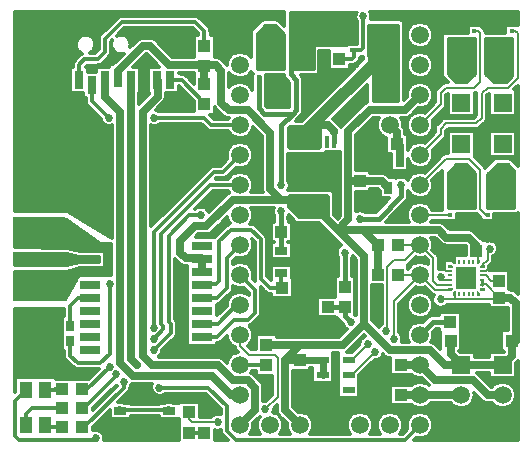
<source format=gbr>
G04 DipTrace 2.4.0.2*
%INTop.gbr*%
%MOIN*%
%ADD10C,0.0098*%
%ADD13C,0.025*%
%ADD14C,0.008*%
%ADD15C,0.0236*%
%ADD16C,0.012*%
%ADD17C,0.04*%
%ADD18C,0.018*%
%ADD19C,0.0157*%
%ADD20C,0.01*%
%ADD21R,0.0394X0.0433*%
%ADD22R,0.0433X0.0394*%
%ADD24R,0.0591X0.0591*%
%ADD25C,0.0591*%
%ADD26R,0.1772X0.0922*%
%ADD27R,0.1772X0.05*%
%ADD28R,0.0433X0.0551*%
%ADD29C,0.0591*%
%ADD30R,0.0866X0.0374*%
%ADD31R,0.0138X0.0118*%
%ADD32R,0.0589X0.0118*%
%ADD33R,0.0276X0.0677*%
%ADD34R,0.0276X0.0165*%
%ADD35R,0.0846X0.0933*%
%ADD36R,0.0276X0.0354*%
%ADD37R,0.0413X0.0256*%
%ADD40R,0.0315X0.0591*%
%ADD41R,0.0512X0.0551*%
%ADD42R,0.0551X0.0748*%
%ADD44R,0.0433X0.0236*%
%ADD47R,0.0098X0.0157*%
%ADD48R,0.0157X0.0098*%
%ADD49R,0.0669X0.0748*%
%ADD50R,0.0709X0.0315*%
%ADD51R,0.0157X0.0394*%
%ADD52R,0.0984X0.0984*%
%ADD53R,0.0256X0.0413*%
%ADD54C,0.027*%
%FSLAX44Y44*%
G04*
G70*
G90*
G75*
G01*
%LNTop*%
%LPD*%
X14768Y3563D2*
D13*
Y3107D1*
X15125Y2750D1*
X16812Y3563D2*
Y3062D1*
X16500Y2750D1*
X15125D1*
X15688Y6188D2*
D14*
Y6500D1*
X15625Y6563D1*
X15825Y5420D2*
Y5438D1*
X15939D1*
X16377Y5001D1*
X15825Y5578D2*
D10*
Y5420D1*
X14900Y5125D2*
D14*
Y4975D1*
X14937Y4938D1*
X16377D1*
Y5001D1*
X14937Y4938D2*
X14438D1*
X14762Y5578D2*
X14547D1*
X14438Y5687D1*
X12331Y6750D2*
D13*
Y5750D1*
X9750Y750D2*
X9251Y1249D1*
Y2919D1*
X9751D1*
X10501Y2914D2*
D15*
X9689D1*
D13*
Y2919D1*
X9751D1*
X15625Y6563D2*
Y6752D1*
X15377Y7000D1*
X14625D1*
X14375Y7250D1*
X11831D1*
X12331Y6750D1*
X2937Y313D2*
D16*
Y250D1*
X375D1*
X250Y375D1*
Y1561D1*
X620Y1931D1*
X11751Y8876D2*
D13*
X12472D1*
X12690Y8658D1*
X6563Y12707D2*
Y12750D1*
X5375D1*
X4750Y13375D1*
X4500D1*
X3674Y12549D1*
Y12329D1*
X6563Y12108D2*
Y12707D1*
X6490Y6281D2*
Y5848D1*
X9564Y8207D2*
Y8251D1*
X9126D1*
X8751Y8626D1*
Y10501D1*
X8001Y11251D1*
X7376D1*
X7126Y11501D1*
Y12564D1*
X6938Y12751D1*
X6607D1*
X6563Y12707D1*
X9564Y8207D2*
X10045D1*
X11001Y7251D1*
X11357Y7606D1*
Y8876D1*
Y10544D1*
X12064Y11251D1*
X13251D1*
X13750Y11750D1*
X11001Y7251D2*
X11831Y7250D1*
X11751Y8876D2*
X11357D1*
X9126Y8251D2*
X7501D1*
X6626Y7376D1*
X6251D1*
X5751Y6876D1*
Y6501D1*
X5938Y6313D1*
X6458D1*
X6490Y6281D1*
X15125Y2750D2*
X14564D1*
X14064Y3250D1*
X12751D1*
X11876Y4125D1*
Y6376D1*
X11001Y7251D1*
X10501Y2422D2*
D15*
Y2914D1*
X16377Y5063D2*
D13*
Y5001D1*
X16812Y3563D2*
X16937D1*
Y4813D1*
X16749Y5001D1*
X16377D1*
X8626Y3420D2*
X9737D1*
X11170D1*
X11876Y4125D1*
X9251Y2919D2*
X9737Y3420D1*
X12399Y13622D2*
D17*
Y12987D1*
X10162Y10750D1*
X9564Y10170D1*
X13126Y8751D2*
D18*
Y8376D1*
X12376Y7626D1*
X11751D1*
X11251Y6501D2*
Y5357D1*
X10894Y10189D2*
D19*
Y10511D1*
D13*
Y10544D1*
X10687Y10750D1*
X10162D1*
X2808Y12093D2*
D16*
Y11567D1*
X3375Y11000D1*
X4875D2*
X6540D1*
X6790Y10750D1*
X7750D1*
X10814Y9501D2*
D13*
X10806D1*
X10510Y9205D1*
X2844Y8195D2*
D16*
Y8281D1*
X2812Y8313D1*
Y8063D2*
Y8164D1*
X2844Y8195D1*
X5090D2*
Y8277D1*
X5125Y8313D1*
X5090Y8195D2*
Y8098D1*
X5125Y8063D1*
X540Y13766D2*
Y13915D1*
X562Y13937D1*
X540Y13766D2*
Y13647D1*
X562Y13625D1*
X5718Y13372D2*
Y13532D1*
X5687Y13562D1*
X5718Y13372D2*
Y13218D1*
X5687Y13187D1*
X4562Y11813D2*
D13*
Y12307D1*
X4540Y12329D1*
X16143Y3563D2*
X16064D1*
X15814Y3313D1*
X15437Y3563D2*
X15565D1*
X15814Y3313D1*
X14900Y6188D2*
D14*
Y6507D1*
X14956Y6563D1*
X14500D2*
D13*
X14956D1*
X16752Y6251D2*
X16314D1*
X16296Y6232D1*
X16377D1*
Y4331D2*
Y4375D1*
X16127D1*
X15877Y4625D1*
X15825Y5893D2*
D14*
X15956D1*
X16296Y6232D1*
X16377D1*
X14762Y5893D2*
X14607D1*
X14500Y6000D1*
Y6500D1*
X14563Y6563D1*
X14956D1*
X10501Y1930D2*
D15*
X9946D1*
D13*
X9722Y2154D1*
Y2221D1*
X9751Y2250D1*
X10501Y1438D2*
D15*
X10405D1*
D13*
X10588D1*
D15*
X11367D1*
X12438Y2750D2*
D13*
Y2250D1*
X12001D1*
X12438Y1750D2*
Y2250D1*
X10501Y1438D2*
D15*
Y1930D1*
X6490Y3250D2*
D13*
X7001D1*
X9750Y1750D2*
X9767D1*
X9946Y1930D1*
X12316Y9564D2*
X11770D1*
X11751Y9545D1*
X12314Y10126D2*
Y9565D1*
X12316Y9564D1*
X11751Y9545D2*
Y9876D1*
X11876Y10001D1*
X12314Y10126D2*
X12001D1*
X11876Y10001D1*
X10001Y11814D2*
Y12207D1*
Y11501D2*
Y12189D1*
X10314D1*
X10562Y12438D1*
Y12956D1*
X10001Y11814D2*
Y11501D1*
X9564Y9501D2*
D16*
X10214D1*
X10510Y9205D1*
X9564Y8876D2*
X10181D1*
X10510Y9205D1*
X10894Y8221D2*
Y8821D1*
X10510Y9205D1*
X15421Y4188D2*
D13*
Y3579D1*
X15437Y3563D1*
X16143D2*
Y3734D1*
X15877Y4000D1*
X15421Y4188D2*
X15689D1*
X15877Y4000D1*
X5000Y625D2*
D16*
X5134D1*
X5384Y375D1*
X5000Y625D2*
D13*
X4125D1*
D16*
X4000D1*
X3750Y375D1*
X3375Y6688D2*
D13*
X2776D1*
X2750Y6715D1*
X3375Y5876D2*
X2777D1*
X2750Y5848D1*
X6563Y1169D2*
Y1625D1*
X10031Y6188D2*
Y6563D1*
Y6951D1*
X9794Y7188D1*
X10031Y6188D2*
Y5750D1*
Y5531D1*
X9813Y5313D1*
X10019Y4688D2*
Y5168D1*
X9875Y5313D1*
X9813D1*
X10000Y6563D2*
X10031D1*
X10000Y5750D2*
X10031D1*
Y6188D2*
Y6532D1*
X10000Y6563D1*
X10031Y6188D2*
Y5781D1*
X10000Y5750D1*
X7750Y750D2*
X8250Y1250D1*
Y2000D1*
X8000Y2250D1*
X7501D1*
X7001Y2750D1*
X4813D1*
X4500Y3063D1*
Y11188D1*
X5000Y11688D1*
Y12223D1*
X4973Y12250D1*
X7750Y1750D2*
X7438D1*
X6813Y2375D1*
X4188D1*
X3750Y2813D1*
Y11188D1*
X3250Y11688D1*
Y12241D1*
X3241Y12250D1*
X15125Y12500D2*
Y13437D1*
X15188Y13500D1*
X16500Y12500D2*
Y13438D1*
X16438Y13500D1*
X9750Y13750D2*
D18*
X9438Y13438D1*
Y12437D1*
X9626Y12249D1*
Y11251D1*
X9501Y11126D1*
X8561D1*
X8386Y11302D1*
Y12366D1*
X9501Y11126D2*
X9126Y10751D1*
Y8751D1*
Y7876D2*
Y7188D1*
X9125D1*
Y6562D2*
Y7188D1*
X11063Y13625D2*
X10562D1*
X11063D2*
X11438D1*
X11563Y13750D1*
X10562Y13625D2*
X9875D1*
X9750Y13750D1*
Y13127D1*
X10001Y12876D1*
X12983Y10126D2*
D13*
Y10517D1*
X12750Y10750D1*
X13064Y9564D2*
Y10045D1*
X12983Y10126D1*
X14761Y7741D2*
D14*
X13759D1*
X13750Y7750D1*
X16011Y7741D2*
X15946D1*
X15750Y7938D1*
Y9250D1*
X15375Y9625D1*
X14625D1*
X13750Y8750D1*
X16802Y13884D2*
X16929D1*
X17000Y13812D1*
Y12313D1*
X16687Y12000D1*
X16000D1*
X15813Y11813D1*
Y11000D1*
X15625Y10813D1*
X14625D1*
X14438Y10625D1*
Y10438D1*
X13750Y9750D1*
X6563Y13376D2*
D16*
Y13874D1*
X6250Y14188D1*
X3813D1*
X3250Y13625D1*
Y13187D1*
X3000Y12937D1*
X2562D1*
X2375Y12750D1*
Y12250D1*
X6563Y11439D2*
Y11499D1*
X5812Y12250D1*
X5406D1*
X15125Y9125D2*
D13*
Y8125D1*
X16500Y9125D2*
Y8250D1*
X16375Y8125D1*
X11844Y14375D2*
D16*
Y13313D1*
X11781Y13250D1*
X11574D1*
X11563Y13238D1*
X11063Y12956D2*
X11487D1*
X11563Y13031D1*
Y13238D1*
X8626Y2750D2*
X7750D1*
X5375Y1250D2*
Y1230D1*
X5384Y1221D1*
X5375Y1250D2*
X3750D1*
Y1221D1*
X15825Y5735D2*
D14*
X15955D1*
X16127Y5563D1*
X16377D1*
X15125Y1750D2*
D13*
X13750D1*
X13107D1*
X16500D2*
X16002D1*
X15502Y2250D1*
X14250D1*
X13750Y2750D1*
X13107D2*
X13750D1*
X2750Y4982D2*
D16*
X2357D1*
X2094Y4719D1*
Y4062D1*
Y3551D2*
Y3063D1*
X2344Y2812D1*
X3094D1*
X3406Y3125D1*
Y5437D1*
X7750Y5750D2*
X8250Y5250D1*
Y4500D1*
X8000Y4250D1*
X7563D1*
X6996Y3683D1*
X6490D1*
X7750Y4750D2*
X7625D1*
X7000Y4125D1*
X6499D1*
X6490Y4116D1*
Y4982D2*
X6982D1*
X7312Y5313D1*
Y6312D1*
X7750Y6750D1*
X15552Y13884D2*
D14*
X15679D1*
X15750Y13812D1*
Y12187D1*
X15563Y12000D1*
X14625D1*
X14438Y11813D1*
Y11438D1*
X13750Y10750D1*
X9125Y5814D2*
D16*
Y5331D1*
X9143Y5313D1*
X8750D1*
X8438Y5625D1*
Y6937D1*
X8125Y7250D1*
X7438D1*
X7063Y6875D1*
Y5563D1*
X6938Y5438D1*
X6512D1*
X6490Y5415D1*
X620Y750D2*
Y1120D1*
X812Y1313D1*
X1812D1*
X1250Y750D2*
Y687D1*
X1812D1*
X1250Y1931D2*
X1569D1*
X1575Y1937D1*
X1812D1*
X2482D2*
X2656D1*
X3406Y2688D1*
X7750Y9750D2*
X7188Y9188D1*
X6876D1*
X4875Y7187D1*
Y4000D1*
X2482Y687D2*
X2563D1*
X3875Y2000D1*
Y2188D1*
X4875Y3250D2*
X5438Y3813D1*
Y4125D1*
X5375Y4188D1*
Y7062D1*
X6063Y7751D1*
X6438D1*
X2482Y1313D2*
X2563D1*
X3625Y2375D1*
Y2438D1*
X4875Y3625D2*
X5188Y3938D1*
Y4062D1*
X5125Y4125D1*
Y7125D1*
X6751Y8751D1*
X7750D1*
Y8750D1*
X14752Y4188D2*
D18*
X14188D1*
X13750Y3750D1*
X10689Y4688D2*
X11251D1*
X11439Y4188D2*
X11251Y4375D1*
Y4688D1*
X15825Y6050D2*
D14*
Y6074D1*
X16002Y6251D1*
Y6563D1*
X16064Y6626D1*
X7750Y3750D2*
Y3375D1*
X8031Y3094D1*
X8906D1*
X9000Y3000D1*
Y1687D1*
X8594Y1281D1*
X7000Y844D2*
X6156D1*
X6062Y938D1*
Y1169D1*
X6563Y500D2*
D16*
X6062D1*
X4107Y12250D2*
D13*
Y2956D1*
X4313Y2750D1*
X5063Y2000D2*
D16*
X6688D1*
X7313Y1375D1*
Y563D1*
X7626Y250D1*
X13250D1*
X13750Y750D1*
X14762Y5420D2*
D14*
X14330D1*
X14188Y5563D1*
Y6312D1*
X13750Y6750D1*
X13000D1*
X12626Y3875D2*
X12656Y3905D1*
Y6031D1*
X12875Y6250D1*
X13250D1*
X13750Y6750D1*
X12001Y3438D2*
X11501Y2938D1*
X11343D1*
X11367Y2914D1*
X14762Y5263D2*
X14237D1*
X13750Y5750D1*
X13000D1*
X12876Y3625D2*
Y4876D1*
X13750Y5750D1*
X12251Y3188D2*
X11501Y2438D1*
X11383D1*
X11367Y2422D1*
D54*
X625Y5687D3*
Y6875D3*
X312D3*
X937D3*
X1250D3*
X1562D3*
X1875D3*
X313Y5687D3*
X938D3*
X1250D3*
X1562D3*
X1875D3*
X562Y13625D3*
X5687Y13562D3*
Y13187D3*
X5125Y8313D3*
Y8063D3*
X2812Y8313D3*
Y8063D3*
X562Y13937D3*
X4562Y11813D3*
X4313Y2750D3*
X15814Y3313D3*
X5063Y2000D3*
X15877Y4625D3*
X14500Y6563D3*
X16752Y6251D3*
X14438Y5687D3*
Y4938D3*
X12001Y2250D3*
X7001Y3250D3*
X3375Y11000D3*
X9750Y1750D3*
X2969Y6281D3*
X15063Y7375D3*
X15375D3*
X14875Y14250D3*
X15188D3*
X16313Y7375D3*
X16625D3*
X16125Y14250D3*
X16437D3*
X12375Y12187D3*
X12875D3*
X12625Y11938D3*
X12375Y11687D3*
X12875Y11688D3*
X11844Y14375D3*
X10189Y8876D3*
X8750Y12000D3*
X9250D3*
X9000Y11750D3*
X8750Y11500D3*
X9250D3*
X10189Y9501D3*
X10000Y6563D3*
X10814Y9501D3*
Y8876D3*
X2937Y313D3*
X3406Y2688D3*
X3625Y2438D3*
X3875Y2188D3*
X4875Y3625D3*
Y3250D3*
Y4000D3*
Y11000D3*
X13126Y8751D3*
X6438Y7751D3*
X13314Y14001D3*
X13312Y13250D3*
X10501Y9188D3*
X9126Y8751D3*
Y7876D3*
X10000Y5750D3*
X11876Y10001D3*
X10001Y11814D3*
Y11501D3*
X12876Y3625D3*
X12626Y3875D3*
X12001Y3438D3*
X12251Y3188D3*
X11751Y7626D3*
X11251Y6501D3*
X11439Y4188D3*
X15877Y4000D3*
X5375Y1250D3*
X3750D3*
X4125Y625D3*
X5000D3*
X3375Y6688D3*
Y5876D3*
X16064Y6626D3*
X8594Y1281D3*
X7000Y844D3*
X6563Y1625D3*
X1750Y13875D3*
Y13000D3*
X4625Y13875D3*
Y13000D3*
X15500Y14250D3*
X15813D3*
X16750D3*
X14563D3*
X14750Y7375D3*
X15688D3*
X16000D3*
X16937D3*
X3406Y5437D3*
X240Y7511D2*
D20*
X2068D1*
X240Y7413D2*
X2211D1*
X240Y7314D2*
X2355D1*
X240Y7215D2*
X2499D1*
X240Y7117D2*
X2643D1*
X240Y7018D2*
X2786D1*
X240Y6919D2*
X2930D1*
X240Y6820D2*
X3074D1*
X240Y6722D2*
X3450D1*
X2136Y6623D2*
X3450D1*
X3224Y6524D2*
X3450D1*
X3230Y6426D2*
X3450D1*
X3230Y6327D2*
X3450D1*
X3230Y6228D2*
X3450D1*
X3230Y6130D2*
X3450D1*
X280Y6670D2*
X1953Y6668D1*
X2407Y6550D1*
X3170D1*
X3212Y6526D1*
X3220Y6500D1*
Y6070D1*
X3326Y6053D1*
X3460Y6030D1*
Y6820D1*
X3099Y6821D1*
X3072Y6829D1*
X1935Y7610D1*
X230D1*
Y6670D1*
X280D1*
X240Y6381D2*
X3050D1*
X240Y6283D2*
X3050D1*
X240Y6184D2*
X3050D1*
X240Y6085D2*
X1952D1*
X1935Y6480D2*
X230D1*
Y6080D1*
X1936D1*
X2383Y6170D1*
X3060D1*
Y6390D1*
X2390Y6391D1*
X1934Y6480D1*
X2035Y5911D2*
X3450D1*
X239Y5813D2*
X3450D1*
X237Y5714D2*
X2336D1*
X237Y5615D2*
X2272D1*
X235Y5517D2*
X2226D1*
X235Y5418D2*
X2172D1*
X234Y5319D2*
X2115D1*
X232Y5220D2*
X2061D1*
X232Y5122D2*
X2006D1*
X231Y5023D2*
X1951D1*
X2062Y5922D2*
Y5917D1*
X2048D1*
X1947Y5890D1*
X230D1*
X220Y4950D1*
X1921D1*
X2281Y5597D1*
X2282Y5687D1*
X2330D1*
X2346Y5714D1*
X2390Y5740D1*
X3460D1*
Y6010D1*
X2395D1*
X2065Y5922D1*
X14685Y13539D2*
X15566D1*
X14685Y13440D2*
X15566D1*
X14685Y13341D2*
X15566D1*
X14685Y13243D2*
X15566D1*
X14685Y13144D2*
X15566D1*
X14685Y13045D2*
X15566D1*
X14685Y12947D2*
X15566D1*
X14685Y12848D2*
X15566D1*
X14685Y12749D2*
X15566D1*
X14685Y12651D2*
X15566D1*
X14685Y12552D2*
X15566D1*
X14690Y12453D2*
X15560D1*
X14789Y12355D2*
X15461D1*
X14887Y12256D2*
X15363D1*
X14675Y13587D2*
Y12458D1*
X14959Y12174D1*
X15291Y12175D1*
X15576Y12459D1*
X15575Y13637D1*
X14675D1*
Y13587D1*
X15935Y13539D2*
X16816D1*
X15935Y13440D2*
X16816D1*
X15935Y13341D2*
X16816D1*
X15935Y13243D2*
X16816D1*
X15935Y13144D2*
X16816D1*
X15935Y13045D2*
X16816D1*
X15935Y12947D2*
X16816D1*
X15935Y12848D2*
X16816D1*
X15935Y12749D2*
X16816D1*
X15935Y12651D2*
X16816D1*
X15935Y12552D2*
X16816D1*
X15940Y12453D2*
X16816D1*
X16039Y12355D2*
X16774D1*
X16137Y12256D2*
X16675D1*
X15925Y13587D2*
Y12458D1*
X16209Y12174D1*
X16605Y12175D1*
X16825Y12396D1*
Y13637D1*
X15925D1*
Y13587D1*
X14869Y9351D2*
X15380D1*
X14770Y9253D2*
X15480D1*
X14685Y9154D2*
X15565D1*
X14685Y9055D2*
X15565D1*
X14685Y8957D2*
X15565D1*
X14685Y8858D2*
X15565D1*
X14685Y8759D2*
X15565D1*
X14685Y8660D2*
X15565D1*
X14685Y8562D2*
X15565D1*
X14685Y8463D2*
X15565D1*
X14685Y8364D2*
X15565D1*
X14685Y8266D2*
X15565D1*
X14685Y8167D2*
X15565D1*
X14685Y8068D2*
X15565D1*
X15575Y8037D2*
Y9167D1*
X15291Y9451D1*
X14959Y9450D1*
X14674Y9166D1*
X14675Y7987D1*
X15575D1*
Y8037D1*
X16244Y9351D2*
X16755D1*
X16145Y9253D2*
X16855D1*
X16047Y9154D2*
X16877D1*
X15997Y9055D2*
X16877D1*
X15997Y8957D2*
X16877D1*
X15997Y8858D2*
X16877D1*
X15997Y8759D2*
X16877D1*
X15997Y8660D2*
X16877D1*
X15997Y8562D2*
X16877D1*
X15997Y8463D2*
X16877D1*
X15997Y8364D2*
X16877D1*
X15997Y8266D2*
X16877D1*
X15997Y8167D2*
X16877D1*
X15997Y8068D2*
X16877D1*
X16887Y8037D2*
Y9230D1*
X16667Y9450D1*
X16334D1*
X15987Y9104D1*
Y7987D1*
X16887D1*
Y8037D1*
X8494Y13976D2*
X9005D1*
X8395Y13878D2*
X9105D1*
X8310Y13779D2*
X9190D1*
X8310Y13680D2*
X9190D1*
X8310Y13582D2*
X9190D1*
X8310Y13483D2*
X9190D1*
X8310Y13384D2*
X9190D1*
X8310Y13285D2*
X9190D1*
X8310Y13187D2*
X9190D1*
X8310Y13088D2*
X9190D1*
X8310Y12989D2*
X9190D1*
X8310Y12891D2*
X9190D1*
X8310Y12792D2*
X9190D1*
X8310Y12693D2*
X9190D1*
X9200Y12662D2*
Y13792D1*
X8916Y14076D1*
X8584Y14075D1*
X8299Y13791D1*
X8300Y12612D1*
X9200D1*
Y12662D1*
X9435Y14414D2*
X11588D1*
X9435Y14315D2*
X11592D1*
X9435Y14216D2*
X11628D1*
X9435Y14118D2*
X11628D1*
X9435Y14019D2*
X11628D1*
X9435Y13920D2*
X11628D1*
X9435Y13822D2*
X11628D1*
X9435Y13723D2*
X11628D1*
X9435Y13624D2*
X11628D1*
X9435Y13526D2*
X11628D1*
X9435Y13427D2*
X11300D1*
X9435Y13328D2*
X10191D1*
X9435Y13230D2*
X10191D1*
X9435Y13131D2*
X10191D1*
X9435Y13032D2*
X10191D1*
X9435Y12933D2*
X10191D1*
X9435Y12835D2*
X10191D1*
X9435Y12736D2*
X10191D1*
X9435Y12637D2*
X10191D1*
X11361Y13435D2*
X11637D1*
X11638Y14236D1*
X11608Y14294D1*
X11597Y14343D1*
X11595Y14393D1*
X11604Y14442D1*
X11622Y14488D1*
X11638Y14513D1*
X9988Y14512D1*
X9425D1*
Y12612D1*
X10200D1*
Y13375D1*
X10224Y13417D1*
X10250Y13425D1*
X11311D1*
Y13435D1*
X11361D1*
X14748Y14289D2*
X15316D1*
X14748Y14190D2*
X15316D1*
X14748Y14091D2*
X15316D1*
X14748Y13993D2*
X15316D1*
X14748Y13894D2*
X15316D1*
X14738Y14338D2*
Y13862D1*
X15325D1*
Y14388D1*
X14738D1*
Y14338D1*
X15998Y14289D2*
X16566D1*
X15998Y14190D2*
X16566D1*
X15998Y14091D2*
X16566D1*
X15998Y13993D2*
X16566D1*
X15998Y13894D2*
X16566D1*
X15988Y14338D2*
Y13862D1*
X16575D1*
Y14388D1*
X15988D1*
Y14338D1*
X14998Y7664D2*
X15566D1*
X14998Y7565D2*
X15566D1*
X14998Y7466D2*
X15566D1*
X14998Y7368D2*
X15566D1*
X14988Y7712D2*
Y7300D1*
X15575D1*
Y7762D1*
X14988D1*
Y7712D1*
X16248Y7664D2*
X16816D1*
X16248Y7565D2*
X16816D1*
X16248Y7466D2*
X16816D1*
X16248Y7368D2*
X16816D1*
X16238Y7712D2*
X16237Y7300D1*
X16825D1*
Y7762D1*
X16238D1*
Y7712D1*
X12029Y13978D2*
X13003D1*
X12029Y13879D2*
X13003D1*
X12029Y13780D2*
X13003D1*
X12029Y13682D2*
X13003D1*
X12029Y13583D2*
X13003D1*
X12029Y13484D2*
X13003D1*
X12029Y13386D2*
X13003D1*
X12029Y13287D2*
X13003D1*
X12029Y13188D2*
X13003D1*
X12037Y13090D2*
X13003D1*
X12058Y12991D2*
X13003D1*
X12078Y12892D2*
X13003D1*
X12098Y12794D2*
X13003D1*
X12119Y12695D2*
X13003D1*
X12140Y12596D2*
X13003D1*
X12161Y12497D2*
X13003D1*
X12181Y12399D2*
X13003D1*
X12184Y12300D2*
X13003D1*
X12184Y12201D2*
X13003D1*
X12184Y12103D2*
X13003D1*
X12184Y12004D2*
X13003D1*
X12184Y11905D2*
X13003D1*
X12184Y11807D2*
X13003D1*
X12184Y11708D2*
X13003D1*
X12184Y11609D2*
X13003D1*
X12019Y14025D2*
Y13130D1*
X12175Y12382D1*
Y11550D1*
X13013D1*
X13014Y14076D1*
X12019Y14075D1*
Y14025D1*
X8623Y12289D2*
X9255D1*
X8623Y12190D2*
X9355D1*
X8623Y12091D2*
X9378D1*
X8623Y11993D2*
X9378D1*
X8623Y11894D2*
X9378D1*
X8623Y11795D2*
X9378D1*
X8623Y11697D2*
X9378D1*
X8623Y11598D2*
X9378D1*
X8623Y11499D2*
X9378D1*
X8623Y11401D2*
X9378D1*
X8613Y12337D2*
Y11362D1*
X9387D1*
Y12166D1*
X9167Y12387D1*
X8613D1*
Y12337D1*
X259Y14384D2*
D16*
X3743D1*
X6320D2*
X9218D1*
X12135D2*
X16991D1*
X259Y14265D2*
X3589D1*
X6474D2*
X8515D1*
X8985D2*
X9218D1*
X13117D2*
X16991D1*
X259Y14146D2*
X3471D1*
X6592D2*
X8366D1*
X9133D2*
X9218D1*
X13219D2*
X13547D1*
X13954D2*
X16991D1*
X259Y14028D2*
X3351D1*
X6710D2*
X8248D1*
X13220D2*
X13397D1*
X14104D2*
X15326D1*
X15806D2*
X16575D1*
X259Y13909D2*
X3233D1*
X3836D2*
X6227D1*
X6776D2*
X8130D1*
X13220D2*
X13328D1*
X14173D2*
X15326D1*
X15919D2*
X16575D1*
X259Y13790D2*
X3115D1*
X3716D2*
X6345D1*
X6780D2*
X8093D1*
X13220D2*
X13299D1*
X14199D2*
X14511D1*
X259Y13672D2*
X2368D1*
X2824D2*
X3040D1*
X4005D2*
X6210D1*
X6917D2*
X8093D1*
X13220D2*
X13306D1*
X14195D2*
X14468D1*
X259Y13553D2*
X2286D1*
X2908D2*
X3034D1*
X4087D2*
X4285D1*
X4965D2*
X6210D1*
X6917D2*
X8093D1*
X13220D2*
X13345D1*
X14156D2*
X14468D1*
X259Y13434D2*
X2263D1*
X2930D2*
X3034D1*
X4112D2*
X4167D1*
X5085D2*
X6210D1*
X6917D2*
X8093D1*
X13220D2*
X13431D1*
X14068D2*
X14468D1*
X259Y13316D2*
X2284D1*
X2908D2*
X3034D1*
X5203D2*
X6210D1*
X6917D2*
X8093D1*
X13220D2*
X13669D1*
X13832D2*
X14468D1*
X259Y13197D2*
X2366D1*
X2827D2*
X2957D1*
X3467D2*
X3548D1*
X5321D2*
X6210D1*
X6917D2*
X8093D1*
X10406D2*
X10708D1*
X13220D2*
X14468D1*
X259Y13078D2*
X2402D1*
X3435D2*
X3810D1*
X4597D2*
X4655D1*
X5441D2*
X6210D1*
X6917D2*
X7446D1*
X8055D2*
X8092D1*
X10406D2*
X10708D1*
X13220D2*
X13446D1*
X14055D2*
X14468D1*
X259Y12960D2*
X2284D1*
X3324D2*
X3692D1*
X4477D2*
X4772D1*
X7121D2*
X7352D1*
X10406D2*
X10708D1*
X11765D2*
X11843D1*
X13220D2*
X13352D1*
X14149D2*
X14468D1*
X259Y12841D2*
X2179D1*
X3204D2*
X3572D1*
X4359D2*
X4890D1*
X7243D2*
X7308D1*
X10406D2*
X10708D1*
X11674D2*
X11754D1*
X13220D2*
X13306D1*
X14192D2*
X14468D1*
X259Y12722D2*
X2158D1*
X2649D2*
X3360D1*
X4241D2*
X5010D1*
X10406D2*
X10708D1*
X11417D2*
X11635D1*
X13220D2*
X13299D1*
X14201D2*
X14468D1*
X259Y12603D2*
X2061D1*
X2689D2*
X2927D1*
X4421D2*
X4660D1*
X10406D2*
X10708D1*
X11417D2*
X11516D1*
X13220D2*
X13324D1*
X14177D2*
X14468D1*
X259Y12485D2*
X2061D1*
X4421D2*
X4660D1*
X10384D2*
X11398D1*
X13220D2*
X13388D1*
X14113D2*
X14468D1*
X259Y12366D2*
X2061D1*
X4421D2*
X4660D1*
X5998D2*
X6210D1*
X7408D2*
X7523D1*
X7976D2*
X8140D1*
X8632D2*
X9203D1*
X9842D2*
X11278D1*
X13220D2*
X13523D1*
X13976D2*
X14486D1*
X259Y12247D2*
X2061D1*
X4421D2*
X4660D1*
X6116D2*
X6210D1*
X7408D2*
X8140D1*
X8632D2*
X9283D1*
X9874D2*
X11160D1*
X13220D2*
X14599D1*
X259Y12129D2*
X2061D1*
X4421D2*
X4660D1*
X7408D2*
X7513D1*
X7985D2*
X8140D1*
X8632D2*
X9379D1*
X9874D2*
X11042D1*
X13219D2*
X13513D1*
X13985D2*
X14481D1*
X259Y12010D2*
X2061D1*
X4421D2*
X4660D1*
X8632D2*
X9379D1*
X9874D2*
X10922D1*
X11921D2*
X11969D1*
X13219D2*
X13384D1*
X14117D2*
X14363D1*
X259Y11891D2*
X2061D1*
X4421D2*
X4660D1*
X5720D2*
X5869D1*
X8632D2*
X9379D1*
X9874D2*
X10804D1*
X11803D2*
X11968D1*
X13219D2*
X13322D1*
X14179D2*
X14258D1*
X16952D2*
X16990D1*
X259Y11773D2*
X2494D1*
X4389D2*
X4691D1*
X5282D2*
X5989D1*
X8632D2*
X9379D1*
X9874D2*
X10686D1*
X11685D2*
X11968D1*
X13219D2*
X13300D1*
X14201D2*
X14240D1*
X15577D2*
X15616D1*
X16952D2*
X16990D1*
X259Y11654D2*
X2494D1*
X4389D2*
X4573D1*
X5280D2*
X6107D1*
X8632D2*
X9379D1*
X9874D2*
X10568D1*
X11565D2*
X11968D1*
X13219D2*
X13260D1*
X14192D2*
X14240D1*
X14634D2*
X14673D1*
X15577D2*
X15616D1*
X16009D2*
X16048D1*
X16952D2*
X16990D1*
X259Y11535D2*
X2593D1*
X4389D2*
X4455D1*
X5235D2*
X6210D1*
X8632D2*
X9379D1*
X9874D2*
X10448D1*
X11447D2*
X11968D1*
X14147D2*
X14241D1*
X14634D2*
X14673D1*
X15577D2*
X15616D1*
X16009D2*
X16048D1*
X16952D2*
X16990D1*
X259Y11417D2*
X2657D1*
X5122D2*
X6210D1*
X8632D2*
X9379D1*
X9874D2*
X10330D1*
X11329D2*
X11835D1*
X14049D2*
X14143D1*
X14632D2*
X14672D1*
X15577D2*
X15616D1*
X16009D2*
X16048D1*
X16952D2*
X16990D1*
X259Y11298D2*
X2775D1*
X5004D2*
X6210D1*
X9874D2*
X10211D1*
X11210D2*
X11717D1*
X13691D2*
X14025D1*
X14570D2*
X14674D1*
X15577D2*
X15616D1*
X16009D2*
X16048D1*
X16952D2*
X16990D1*
X259Y11179D2*
X2895D1*
X6917D2*
X7054D1*
X9862D2*
X10091D1*
X11090D2*
X11599D1*
X13573D2*
X13641D1*
X13858D2*
X13907D1*
X14452D2*
X14674D1*
X15577D2*
X15616D1*
X16009D2*
X16048D1*
X16952D2*
X16990D1*
X259Y11061D2*
X3013D1*
X6782D2*
X7174D1*
X9780D2*
X9973D1*
X10972D2*
X11479D1*
X14334D2*
X14674D1*
X16009D2*
X16048D1*
X16952D2*
X16990D1*
X259Y10942D2*
X3090D1*
X9660D2*
X9853D1*
X10890D2*
X11361D1*
X12148D2*
X12341D1*
X13159D2*
X13343D1*
X14214D2*
X14481D1*
X15999D2*
X16991D1*
X259Y10823D2*
X3146D1*
X11008D2*
X11243D1*
X12030D2*
X12304D1*
X13196D2*
X13303D1*
X14195D2*
X14363D1*
X15909D2*
X16991D1*
X259Y10704D2*
X3469D1*
X4781D2*
X6535D1*
X11910D2*
X12300D1*
X13200D2*
X13300D1*
X14199D2*
X14258D1*
X15791D2*
X16991D1*
X259Y10586D2*
X3469D1*
X4781D2*
X6656D1*
X8171D2*
X8273D1*
X11792D2*
X12330D1*
X13256D2*
X13330D1*
X14171D2*
X14241D1*
X14672D2*
X16991D1*
X259Y10467D2*
X3469D1*
X4781D2*
X7401D1*
X8100D2*
X8391D1*
X11674D2*
X12401D1*
X13355D2*
X13401D1*
X14100D2*
X14194D1*
X14634D2*
X14673D1*
X15577D2*
X16048D1*
X16952D2*
X16990D1*
X259Y10348D2*
X3469D1*
X4781D2*
X7558D1*
X7942D2*
X8470D1*
X11638D2*
X12559D1*
X13355D2*
X13558D1*
X13942D2*
X14076D1*
X14612D2*
X14674D1*
X15577D2*
X16048D1*
X16952D2*
X16990D1*
X259Y10230D2*
X3469D1*
X4781D2*
X8470D1*
X11638D2*
X12610D1*
X13355D2*
X13956D1*
X14503D2*
X14674D1*
X15577D2*
X16048D1*
X16952D2*
X16990D1*
X259Y10111D2*
X3469D1*
X4781D2*
X7487D1*
X8014D2*
X8470D1*
X11638D2*
X12610D1*
X13355D2*
X13487D1*
X14385D2*
X14674D1*
X15577D2*
X16048D1*
X16952D2*
X16990D1*
X259Y9992D2*
X3469D1*
X4781D2*
X7371D1*
X8130D2*
X8470D1*
X11638D2*
X12610D1*
X14265D2*
X14674D1*
X15577D2*
X16048D1*
X16952D2*
X16990D1*
X259Y9874D2*
X3469D1*
X4781D2*
X7316D1*
X8184D2*
X8470D1*
X11638D2*
X12610D1*
X14184D2*
X14674D1*
X15577D2*
X16048D1*
X16952D2*
X16990D1*
X259Y9755D2*
X3469D1*
X4781D2*
X7298D1*
X8201D2*
X8470D1*
X9373D2*
X11076D1*
X11638D2*
X12780D1*
X14201D2*
X14483D1*
X15577D2*
X16048D1*
X16952D2*
X16990D1*
X259Y9636D2*
X3469D1*
X4781D2*
X7313D1*
X8188D2*
X8470D1*
X9373D2*
X11076D1*
X11638D2*
X12780D1*
X14188D2*
X14363D1*
X15637D2*
X16253D1*
X16747D2*
X16991D1*
X259Y9518D2*
X3469D1*
X4781D2*
X7217D1*
X8135D2*
X8470D1*
X9373D2*
X11076D1*
X11638D2*
X12780D1*
X14135D2*
X14245D1*
X15755D2*
X16114D1*
X16886D2*
X16991D1*
X259Y9399D2*
X3469D1*
X4781D2*
X7097D1*
X8027D2*
X8470D1*
X9373D2*
X11076D1*
X11638D2*
X12780D1*
X13348D2*
X13472D1*
X14027D2*
X14126D1*
X15874D2*
X15994D1*
X259Y9280D2*
X3469D1*
X4781D2*
X6666D1*
X7582D2*
X8470D1*
X9373D2*
X11076D1*
X11638D2*
X12780D1*
X13348D2*
X14006D1*
X259Y9162D2*
X3469D1*
X4781D2*
X6548D1*
X7462D2*
X7583D1*
X7918D2*
X8470D1*
X9373D2*
X11076D1*
X12105D2*
X13583D1*
X259Y9043D2*
X3469D1*
X4781D2*
X6430D1*
X7344D2*
X7408D1*
X8090D2*
X8470D1*
X9373D2*
X11076D1*
X12699D2*
X13410D1*
X14315D2*
X14468D1*
X259Y8924D2*
X3469D1*
X4781D2*
X6310D1*
X8165D2*
X8470D1*
X9373D2*
X11076D1*
X14197D2*
X14468D1*
X259Y8805D2*
X3469D1*
X4781D2*
X6191D1*
X8199D2*
X8470D1*
X9412D2*
X11076D1*
X14199D2*
X14468D1*
X259Y8687D2*
X3469D1*
X4781D2*
X6073D1*
X8197D2*
X8470D1*
X9410D2*
X11076D1*
X14197D2*
X14468D1*
X259Y8568D2*
X3469D1*
X4781D2*
X5953D1*
X8162D2*
X8475D1*
X10828D2*
X11076D1*
X12105D2*
X12386D1*
X14162D2*
X14468D1*
X259Y8449D2*
X3469D1*
X4781D2*
X5835D1*
X6750D2*
X7307D1*
X10907D2*
X11076D1*
X11638D2*
X12405D1*
X13372D2*
X13418D1*
X14083D2*
X14468D1*
X259Y8331D2*
X3469D1*
X4781D2*
X5717D1*
X6632D2*
X7187D1*
X10909D2*
X11076D1*
X11638D2*
X12405D1*
X13369D2*
X13605D1*
X13895D2*
X14468D1*
X259Y8212D2*
X3469D1*
X4781D2*
X5599D1*
X6514D2*
X7069D1*
X10909D2*
X11076D1*
X11638D2*
X12619D1*
X13307D2*
X14468D1*
X259Y8093D2*
X3469D1*
X4781D2*
X5479D1*
X6395D2*
X6951D1*
X10909D2*
X11076D1*
X11638D2*
X12501D1*
X13189D2*
X13463D1*
X14038D2*
X14468D1*
X259Y7975D2*
X3469D1*
X4781D2*
X5361D1*
X6619D2*
X6831D1*
X8141D2*
X8852D1*
X10909D2*
X11076D1*
X11638D2*
X12381D1*
X13069D2*
X13360D1*
X14141D2*
X14468D1*
X2057Y7856D2*
X3469D1*
X4781D2*
X5243D1*
X8190D2*
X8835D1*
X10909D2*
X11076D1*
X12950D2*
X13311D1*
X2254Y7737D2*
X3469D1*
X4781D2*
X5123D1*
X8201D2*
X8871D1*
X10909D2*
X11076D1*
X12832D2*
X13298D1*
X14987D2*
X15677D1*
X16237D2*
X16991D1*
X2452Y7619D2*
X3469D1*
X4781D2*
X5005D1*
X7262D2*
X7318D1*
X8182D2*
X8880D1*
X9373D2*
X9478D1*
X12712D2*
X13318D1*
X14987D2*
X15786D1*
X16237D2*
X16991D1*
X2649Y7500D2*
X3469D1*
X4781D2*
X4886D1*
X7144D2*
X7376D1*
X8124D2*
X8753D1*
X9499D2*
X9606D1*
X14488D2*
X16991D1*
X2848Y7381D2*
X3469D1*
X7025D2*
X7268D1*
X8295D2*
X8753D1*
X9499D2*
X10478D1*
X14638D2*
X16991D1*
X3047Y7263D2*
X3469D1*
X6905D2*
X7148D1*
X8415D2*
X8753D1*
X9499D2*
X10596D1*
X15452D2*
X16991D1*
X3244Y7144D2*
X3469D1*
X6776D2*
X7030D1*
X8533D2*
X8753D1*
X9499D2*
X10714D1*
X15626D2*
X16991D1*
X6294Y7025D2*
X6911D1*
X8634D2*
X8753D1*
X9499D2*
X10834D1*
X15746D2*
X16991D1*
X8655Y6906D2*
X8753D1*
X9499D2*
X10952D1*
X14173D2*
X14325D1*
X15859D2*
X16991D1*
X8655Y6788D2*
X8762D1*
X9489D2*
X11070D1*
X14201D2*
X14447D1*
X16305D2*
X16991D1*
X8655Y6669D2*
X8762D1*
X9489D2*
X11016D1*
X14194D2*
X15251D1*
X16352D2*
X16991D1*
X8154Y6550D2*
X8220D1*
X8655D2*
X8762D1*
X9489D2*
X10963D1*
X14224D2*
X15251D1*
X16346D2*
X16991D1*
X8066Y6432D2*
X8220D1*
X8655D2*
X8762D1*
X9489D2*
X10969D1*
X14340D2*
X15251D1*
X16279D2*
X16991D1*
X7614Y6313D2*
X7688D1*
X7814D2*
X8220D1*
X8655D2*
X8762D1*
X9489D2*
X11005D1*
X11497D2*
X11545D1*
X13586D2*
X13688D1*
X13814D2*
X13915D1*
X14385D2*
X14852D1*
X16198D2*
X16991D1*
X5591Y6194D2*
X5663D1*
X7530D2*
X8220D1*
X8655D2*
X11005D1*
X11497D2*
X11595D1*
X13468D2*
X13991D1*
X14385D2*
X14563D1*
X16190D2*
X16991D1*
X5591Y6076D2*
X5798D1*
X8059D2*
X8220D1*
X8655D2*
X8762D1*
X9489D2*
X11005D1*
X11497D2*
X11595D1*
X13372D2*
X13442D1*
X14385D2*
X14528D1*
X16100D2*
X16991D1*
X5591Y5957D2*
X5980D1*
X8150D2*
X8220D1*
X8655D2*
X8762D1*
X9489D2*
X11005D1*
X11497D2*
X11595D1*
X16054D2*
X16991D1*
X5591Y5838D2*
X5980D1*
X8655D2*
X8762D1*
X9489D2*
X11005D1*
X11497D2*
X11595D1*
X16730D2*
X16991D1*
X5591Y5720D2*
X5980D1*
X8655D2*
X8762D1*
X9489D2*
X11005D1*
X11497D2*
X11595D1*
X16730D2*
X16991D1*
X5591Y5601D2*
X5980D1*
X9517D2*
X10898D1*
X16730D2*
X16991D1*
X5591Y5482D2*
X5980D1*
X9517D2*
X10898D1*
X16730D2*
X16991D1*
X5591Y5364D2*
X5980D1*
X9517D2*
X10898D1*
X12157D2*
X12460D1*
X16730D2*
X16991D1*
X5591Y5245D2*
X5980D1*
X7519D2*
X7954D1*
X8467D2*
X8516D1*
X9517D2*
X10898D1*
X12157D2*
X12460D1*
X13519D2*
X13982D1*
X16875D2*
X16991D1*
X5591Y5126D2*
X5980D1*
X7427D2*
X7510D1*
X7991D2*
X8032D1*
X8467D2*
X8653D1*
X9517D2*
X10898D1*
X12157D2*
X12460D1*
X13399D2*
X13510D1*
X13991D2*
X14100D1*
X5591Y5007D2*
X5980D1*
X7309D2*
X7382D1*
X8467D2*
X8770D1*
X9517D2*
X10315D1*
X12157D2*
X12460D1*
X13280D2*
X13382D1*
X5591Y4889D2*
X5980D1*
X7190D2*
X7320D1*
X8467D2*
X10315D1*
X12157D2*
X12460D1*
X13162D2*
X13320D1*
X5591Y4770D2*
X5980D1*
X7001D2*
X7298D1*
X8467D2*
X10315D1*
X12157D2*
X12460D1*
X13072D2*
X13298D1*
X5591Y4651D2*
X5980D1*
X7001D2*
X7225D1*
X8467D2*
X10315D1*
X12157D2*
X12460D1*
X13072D2*
X13309D1*
X14192D2*
X16024D1*
X259Y4533D2*
X1877D1*
X5591D2*
X5980D1*
X7001D2*
X7106D1*
X8467D2*
X10315D1*
X12157D2*
X12460D1*
X13072D2*
X13356D1*
X14145D2*
X16656D1*
X259Y4414D2*
X1877D1*
X5591D2*
X5980D1*
X8449D2*
X10315D1*
X12157D2*
X12460D1*
X13072D2*
X13453D1*
X14045D2*
X14113D1*
X15125D2*
X16656D1*
X259Y4295D2*
X1800D1*
X5591D2*
X5980D1*
X8347D2*
X11018D1*
X12157D2*
X12460D1*
X13072D2*
X13952D1*
X15125D2*
X16656D1*
X259Y4177D2*
X1800D1*
X5647D2*
X5980D1*
X8227D2*
X11106D1*
X12219D2*
X12460D1*
X13072D2*
X13631D1*
X15125D2*
X16656D1*
X259Y4058D2*
X1800D1*
X5655D2*
X5980D1*
X8083D2*
X11179D1*
X12337D2*
X12401D1*
X13072D2*
X13423D1*
X15125D2*
X16656D1*
X259Y3939D2*
X1800D1*
X5655D2*
X5980D1*
X8160D2*
X11297D1*
X13072D2*
X13341D1*
X14284D2*
X14378D1*
X15125D2*
X16656D1*
X259Y3821D2*
X1800D1*
X5655D2*
X5980D1*
X8195D2*
X11179D1*
X13089D2*
X13303D1*
X14195D2*
X14395D1*
X15142D2*
X16440D1*
X259Y3702D2*
X1800D1*
X5621D2*
X5980D1*
X8199D2*
X8274D1*
X8979D2*
X11059D1*
X11846D2*
X11898D1*
X13157D2*
X13301D1*
X14199D2*
X14395D1*
X15142D2*
X16440D1*
X259Y3583D2*
X1800D1*
X5510D2*
X5980D1*
X7198D2*
X7331D1*
X8169D2*
X8273D1*
X13164D2*
X13331D1*
X14169D2*
X14395D1*
X15142D2*
X16440D1*
X259Y3465D2*
X1800D1*
X5390D2*
X5980D1*
X7001D2*
X7403D1*
X8096D2*
X8273D1*
X11608D2*
X11711D1*
X14240D2*
X14395D1*
X15142D2*
X16440D1*
X259Y3346D2*
X1800D1*
X5272D2*
X7556D1*
X8053D2*
X8273D1*
X11490D2*
X11636D1*
X15142D2*
X16440D1*
X259Y3227D2*
X1877D1*
X5165D2*
X7624D1*
X11372D2*
X11518D1*
X15142D2*
X16440D1*
X259Y3108D2*
X1877D1*
X5128D2*
X7483D1*
X10875D2*
X10993D1*
X15577D2*
X16048D1*
X259Y2990D2*
X1890D1*
X7136D2*
X7369D1*
X10875D2*
X10993D1*
X12461D2*
X12670D1*
X259Y2871D2*
X1984D1*
X7273D2*
X7314D1*
X10875D2*
X10993D1*
X12208D2*
X12733D1*
X259Y2752D2*
X2102D1*
X10875D2*
X10993D1*
X12090D2*
X12733D1*
X16952D2*
X16990D1*
X259Y2634D2*
X2231D1*
X10875D2*
X10993D1*
X11970D2*
X12733D1*
X16952D2*
X16990D1*
X259Y2515D2*
X2933D1*
X8134D2*
X8273D1*
X9532D2*
X10127D1*
X10875D2*
X10993D1*
X11852D2*
X12733D1*
X16952D2*
X16990D1*
X259Y2396D2*
X2815D1*
X9532D2*
X10127D1*
X10875D2*
X10993D1*
X11741D2*
X13476D1*
X15750D2*
X16048D1*
X16952D2*
X16990D1*
X8366Y2278D2*
X8803D1*
X9532D2*
X10127D1*
X10875D2*
X10993D1*
X11741D2*
X13828D1*
X15868D2*
X16991D1*
X8480Y2159D2*
X8803D1*
X9532D2*
X10993D1*
X11741D2*
X13575D1*
X15986D2*
X16326D1*
X16674D2*
X16991D1*
X4125Y2040D2*
X4774D1*
X8529D2*
X8803D1*
X9532D2*
X10993D1*
X11741D2*
X12733D1*
X16104D2*
X16158D1*
X16843D2*
X16991D1*
X4076Y1922D2*
X4783D1*
X8531D2*
X8803D1*
X9532D2*
X10993D1*
X11741D2*
X12733D1*
X16918D2*
X16991D1*
X3980Y1803D2*
X4853D1*
X8531D2*
X8803D1*
X9532D2*
X10993D1*
X11741D2*
X12733D1*
X16948D2*
X16992D1*
X3860Y1684D2*
X6703D1*
X8531D2*
X8723D1*
X9532D2*
X10993D1*
X11741D2*
X12733D1*
X15572D2*
X15675D1*
X16948D2*
X16992D1*
X3742Y1566D2*
X6821D1*
X8531D2*
X8605D1*
X9532D2*
X12733D1*
X15536D2*
X15793D1*
X16912D2*
X16991D1*
X6416Y1447D2*
X6940D1*
X9532D2*
X12733D1*
X14081D2*
X14794D1*
X15455D2*
X16168D1*
X16832D2*
X16991D1*
X6416Y1328D2*
X7060D1*
X8914D2*
X8971D1*
X9566D2*
X13613D1*
X13886D2*
X14989D1*
X15262D2*
X16363D1*
X16637D2*
X16991D1*
X6416Y1209D2*
X7097D1*
X8876D2*
X8972D1*
X9684D2*
X16991D1*
X3268Y1091D2*
X3386D1*
X6416D2*
X6857D1*
X10040D2*
X11460D1*
X12041D2*
X12460D1*
X13040D2*
X13459D1*
X14040D2*
X16991D1*
X3148Y972D2*
X3386D1*
X4114D2*
X5021D1*
X10142D2*
X11359D1*
X12142D2*
X12358D1*
X13142D2*
X13358D1*
X14141D2*
X16991D1*
X3030Y853D2*
X5710D1*
X8246D2*
X8309D1*
X9189D2*
X9253D1*
X10190D2*
X11310D1*
X12189D2*
X12310D1*
X13190D2*
X13311D1*
X14190D2*
X16991D1*
X2912Y735D2*
X5710D1*
X8201D2*
X8299D1*
X9202D2*
X9298D1*
X10202D2*
X11299D1*
X12202D2*
X12298D1*
X13202D2*
X13298D1*
X14201D2*
X16991D1*
X2855Y616D2*
X5710D1*
X8180D2*
X8320D1*
X9182D2*
X9319D1*
X10181D2*
X11320D1*
X12182D2*
X12319D1*
X13181D2*
X13315D1*
X14180D2*
X16991D1*
X3159Y497D2*
X5710D1*
X6917D2*
X7106D1*
X8122D2*
X8378D1*
X9122D2*
X9377D1*
X10123D2*
X11378D1*
X12122D2*
X12377D1*
X13123D2*
X13196D1*
X14122D2*
X16991D1*
X3221Y379D2*
X5710D1*
X6917D2*
X7196D1*
X13999D2*
X16991D1*
X3225Y260D2*
X5710D1*
X6917D2*
X7315D1*
X13562D2*
X16991D1*
X16048Y5924D2*
X16718D1*
Y5270D1*
X16809Y5264D1*
X16866Y5244D1*
X16935Y5197D1*
X17003Y5129D1*
Y7809D1*
X16972Y7797D1*
X16877Y7793D1*
X16223D1*
X16225Y7537D1*
X15797D1*
Y7629D1*
X15633Y7793D1*
X14974D1*
X14975Y7537D1*
X14547D1*
Y7558D1*
X14221Y7556D1*
X14144D1*
X14125Y7520D1*
X14375D1*
X14435Y7513D1*
X14491Y7494D1*
X14560Y7446D1*
X14737Y7270D1*
X15377D1*
X15437Y7263D1*
X15493Y7244D1*
X15563Y7196D1*
X15833Y6924D1*
X15864Y6904D1*
X15986D1*
Y6895D1*
X16066Y6905D1*
X16125Y6899D1*
X16182Y6880D1*
X16233Y6849D1*
X16277Y6808D1*
X16311Y6758D1*
X16333Y6703D1*
X16344Y6626D1*
X16338Y6566D1*
X16319Y6509D1*
X16288Y6458D1*
X16247Y6414D1*
X16186Y6375D1*
Y6251D1*
X16177Y6192D1*
X16148Y6138D1*
X16090Y6078D1*
X16049Y6036D1*
Y6001D1*
X16031Y5931D1*
X16049Y5929D1*
X16048Y5988D1*
X16031Y5931D1*
X16668Y4639D2*
X16035D1*
Y4754D1*
X14646Y4753D1*
X14621Y4726D1*
X14571Y4692D1*
X14516Y4669D1*
X14457Y4658D1*
X14397Y4661D1*
X14339Y4676D1*
X14286Y4702D1*
X14239Y4740D1*
X14202Y4787D1*
X14185Y4815D1*
X14190Y4750D1*
X14186Y4690D1*
X14174Y4631D1*
X14154Y4575D1*
X14126Y4522D1*
X14092Y4473D1*
X14051Y4429D1*
X14004Y4391D1*
X13953Y4360D1*
X13898Y4336D1*
X13841Y4319D1*
X13781Y4311D1*
X13721D1*
X13662Y4319D1*
X13604Y4335D1*
X13549Y4359D1*
X13498Y4389D1*
X13451Y4427D1*
X13410Y4471D1*
X13375Y4520D1*
X13347Y4573D1*
X13327Y4629D1*
X13314Y4688D1*
X13310Y4747D1*
X13314Y4807D1*
X13326Y4866D1*
X13345Y4923D1*
X13372Y4976D1*
X13407Y5025D1*
X13447Y5069D1*
X13494Y5108D1*
X13545Y5139D1*
X13599Y5163D1*
X13657Y5180D1*
X13716Y5189D1*
X13776D1*
X13836Y5182D1*
X13894Y5166D1*
X13949Y5143D1*
X14000Y5112D1*
X14047Y5075D1*
X14088Y5031D1*
X14124Y4983D1*
X14159Y4910D1*
X14158Y4958D1*
X14169Y5017D1*
X14200Y5083D1*
X14138Y5107D1*
X14064Y5175D1*
X13901Y5338D1*
X13841Y5319D1*
X13781Y5311D1*
X13721D1*
X13662Y5319D1*
X13599Y5337D1*
X13060Y4799D1*
X13061Y3856D1*
Y3836D1*
X13089Y3807D1*
X13123Y3758D1*
X13145Y3702D1*
X13156Y3625D1*
X13150Y3566D1*
X13135Y3521D1*
X13376Y3520D1*
X13347Y3573D1*
X13327Y3629D1*
X13314Y3688D1*
X13310Y3747D1*
X13314Y3807D1*
X13326Y3866D1*
X13345Y3923D1*
X13372Y3976D1*
X13407Y4025D1*
X13447Y4069D1*
X13494Y4108D1*
X13545Y4139D1*
X13599Y4163D1*
X13657Y4180D1*
X13716Y4189D1*
X13776D1*
X13848Y4178D1*
X14022Y4354D1*
X14069Y4391D1*
X14124Y4414D1*
X14188Y4423D1*
X14389D1*
X14390Y4530D1*
X15113D1*
Y3905D1*
X15130Y3904D1*
Y3221D1*
X15038D1*
X15066Y3190D1*
X15565D1*
Y3019D1*
X16061Y3020D1*
X16060Y3190D1*
X16542D1*
X16514Y3221D1*
X16451D1*
Y3904D1*
X16667D1*
X16668Y4641D1*
X10093Y2653D2*
Y2558D1*
X9521D1*
Y1361D1*
X9695Y1187D1*
X9776Y1189D1*
X9836Y1182D1*
X9894Y1166D1*
X9949Y1143D1*
X10000Y1112D1*
X10047Y1075D1*
X10088Y1031D1*
X10124Y983D1*
X10152Y930D1*
X10172Y873D1*
X10185Y815D1*
X10190Y750D1*
X10186Y690D1*
X10174Y631D1*
X10154Y575D1*
X10126Y522D1*
X10075Y455D1*
X11423D1*
X11375Y520D1*
X11347Y573D1*
X11327Y629D1*
X11314Y688D1*
X11310Y747D1*
X11314Y807D1*
X11326Y866D1*
X11345Y923D1*
X11372Y976D1*
X11407Y1025D1*
X11447Y1069D1*
X11494Y1108D1*
X11545Y1139D1*
X11599Y1163D1*
X11657Y1180D1*
X11716Y1189D1*
X11776D1*
X11836Y1182D1*
X11894Y1166D1*
X11949Y1143D1*
X12000Y1112D1*
X12047Y1075D1*
X12088Y1031D1*
X12124Y983D1*
X12152Y930D1*
X12172Y873D1*
X12185Y815D1*
X12190Y750D1*
X12186Y690D1*
X12174Y631D1*
X12154Y575D1*
X12126Y522D1*
X12075Y455D1*
X12424D1*
X12375Y520D1*
X12347Y573D1*
X12327Y629D1*
X12314Y688D1*
X12310Y747D1*
X12314Y807D1*
X12326Y866D1*
X12345Y923D1*
X12372Y976D1*
X12407Y1025D1*
X12447Y1069D1*
X12494Y1108D1*
X12545Y1139D1*
X12599Y1163D1*
X12657Y1180D1*
X12716Y1189D1*
X12776D1*
X12836Y1182D1*
X12894Y1166D1*
X12949Y1143D1*
X13000Y1112D1*
X13047Y1075D1*
X13088Y1031D1*
X13124Y983D1*
X13152Y930D1*
X13172Y873D1*
X13185Y815D1*
X13190Y750D1*
X13186Y690D1*
X13174Y631D1*
X13154Y575D1*
X13126Y522D1*
X13075Y455D1*
X13166D1*
X13329Y619D1*
X13314Y688D1*
X13310Y747D1*
X13314Y807D1*
X13326Y866D1*
X13345Y923D1*
X13372Y976D1*
X13407Y1025D1*
X13447Y1069D1*
X13494Y1108D1*
X13545Y1139D1*
X13599Y1163D1*
X13657Y1180D1*
X13716Y1189D1*
X13776D1*
X13836Y1182D1*
X13894Y1166D1*
X13949Y1143D1*
X14000Y1112D1*
X14047Y1075D1*
X14088Y1031D1*
X14124Y983D1*
X14152Y930D1*
X14172Y873D1*
X14185Y815D1*
X14190Y750D1*
X14186Y690D1*
X14174Y631D1*
X14154Y575D1*
X14126Y522D1*
X14092Y473D1*
X14051Y429D1*
X14004Y391D1*
X13953Y360D1*
X13898Y336D1*
X13841Y319D1*
X13781Y311D1*
X13721D1*
X13662Y319D1*
X13620Y330D1*
X13538Y249D1*
X14587Y247D1*
X17003D1*
Y2871D1*
X16941Y2809D1*
X16940Y2310D1*
X16060D1*
Y2481D1*
X15643Y2480D1*
X15693Y2441D1*
X16113Y2020D1*
X16154D1*
X16197Y2069D1*
X16244Y2108D1*
X16295Y2139D1*
X16349Y2163D1*
X16407Y2180D1*
X16466Y2189D1*
X16526D1*
X16586Y2182D1*
X16644Y2166D1*
X16699Y2143D1*
X16750Y2112D1*
X16797Y2075D1*
X16838Y2031D1*
X16874Y1983D1*
X16902Y1930D1*
X16922Y1873D1*
X16935Y1815D1*
X16940Y1750D1*
X16936Y1690D1*
X16924Y1631D1*
X16904Y1575D1*
X16876Y1522D1*
X16842Y1473D1*
X16801Y1429D1*
X16754Y1391D1*
X16703Y1360D1*
X16648Y1336D1*
X16591Y1319D1*
X16531Y1311D1*
X16471D1*
X16412Y1319D1*
X16354Y1335D1*
X16299Y1359D1*
X16248Y1389D1*
X16201Y1427D1*
X16152Y1481D1*
X16002Y1480D1*
X15942Y1487D1*
X15886Y1506D1*
X15817Y1554D1*
X15561Y1810D1*
X15565Y1750D1*
X15561Y1690D1*
X15549Y1631D1*
X15529Y1575D1*
X15501Y1522D1*
X15467Y1473D1*
X15426Y1429D1*
X15379Y1391D1*
X15328Y1360D1*
X15273Y1336D1*
X15216Y1319D1*
X15156Y1311D1*
X15096D1*
X15037Y1319D1*
X14979Y1335D1*
X14924Y1359D1*
X14873Y1389D1*
X14826Y1427D1*
X14777Y1481D1*
X14285Y1480D1*
X14099D1*
X14051Y1429D1*
X14004Y1391D1*
X13953Y1360D1*
X13898Y1336D1*
X13841Y1319D1*
X13781Y1311D1*
X13721D1*
X13662Y1319D1*
X13604Y1335D1*
X13549Y1359D1*
X13498Y1389D1*
X13467Y1414D1*
X13468Y1408D1*
X12745D1*
Y2092D1*
X13468D1*
Y2086D1*
X13494Y2108D1*
X13545Y2139D1*
X13599Y2163D1*
X13657Y2180D1*
X13716Y2189D1*
X13776D1*
X13836Y2182D1*
X13894Y2166D1*
X13949Y2143D1*
X14000Y2112D1*
X14031Y2087D1*
X13806Y2312D1*
X13721Y2311D1*
X13662Y2319D1*
X13604Y2335D1*
X13549Y2359D1*
X13498Y2389D1*
X13467Y2414D1*
X13468Y2408D1*
X12745D1*
Y2980D1*
X12668Y2994D1*
X12614Y3018D1*
X12561Y3060D1*
X12517Y3103D1*
X12506Y3071D1*
X12475Y3020D1*
X12434Y2976D1*
X12385Y2942D1*
X12330Y2919D1*
X12271Y2909D1*
X12235Y2910D1*
X11728Y2404D1*
X11727Y2159D1*
X11728Y1953D1*
Y1667D1*
X11006D1*
X11008Y2193D1*
X11006Y2399D1*
X11008Y2685D1*
X11006Y2891D1*
Y3150D1*
X10861D1*
X10862Y2651D1*
Y2159D1*
X10140D1*
Y2653D1*
X14407Y3290D2*
Y3845D1*
X14390Y3846D1*
Y3953D1*
X14285D1*
X14180Y3848D1*
X14190Y3750D1*
X14186Y3690D1*
X14174Y3631D1*
X14154Y3575D1*
X14121Y3514D1*
X14180Y3494D1*
X14249Y3446D1*
X14407Y3289D1*
X9478Y5654D2*
X9505D1*
Y4971D1*
X8782D1*
Y5108D1*
X8693Y5116D1*
X8639Y5140D1*
X8563Y5210D1*
X8434Y5339D1*
X8450Y5293D1*
X8455Y5190D1*
Y4500D1*
X8446Y4441D1*
X8422Y4389D1*
X8352Y4313D1*
X8145Y4105D1*
X8097Y4070D1*
X8088Y4031D1*
X8124Y3983D1*
X8152Y3930D1*
X8172Y3873D1*
X8185Y3815D1*
X8190Y3750D1*
X8186Y3690D1*
X8174Y3631D1*
X8154Y3575D1*
X8126Y3522D1*
X8092Y3473D1*
X8051Y3429D1*
X8000Y3388D1*
X8107Y3279D1*
X8284D1*
Y3781D1*
X8968D1*
Y3689D1*
X11059D1*
X11310Y3941D1*
X11287Y3953D1*
X11240Y3991D1*
X11203Y4037D1*
X11176Y4091D1*
X11167Y4129D1*
X11085Y4209D1*
X11049Y4257D1*
X11029Y4299D1*
X10993Y4327D1*
X10910D1*
Y4347D1*
X10327Y4346D1*
Y5030D1*
X10910D1*
X10911Y5049D1*
X10910Y5176D1*
Y5719D1*
X11016D1*
X11015Y6350D1*
X10989Y6404D1*
X10974Y6462D1*
X10972Y6522D1*
X10983Y6581D1*
X11006Y6636D1*
X11041Y6685D1*
X11085Y6725D1*
X11122Y6747D1*
X10556Y7315D1*
X10390Y7480D1*
X9689Y7481D1*
X9629Y7494D1*
X9586Y7523D1*
X9370Y7740D1*
X9361Y7696D1*
X9364Y7529D1*
X9486D1*
Y6846D1*
X9361D1*
X9374Y6835D1*
X9476D1*
Y6290D1*
X8774D1*
Y6835D1*
X8892D1*
X8886Y6846D1*
X8764D1*
Y7529D1*
X8893D1*
X8891Y7723D1*
X8863Y7779D1*
X8849Y7837D1*
X8847Y7897D1*
X8858Y7956D1*
X8869Y7982D1*
X8123Y7981D1*
X8152Y7930D1*
X8172Y7873D1*
X8185Y7815D1*
X8190Y7750D1*
X8186Y7690D1*
X8174Y7631D1*
X8154Y7575D1*
X8126Y7522D1*
X8075Y7455D1*
X8125D1*
X8184Y7446D1*
X8236Y7422D1*
X8312Y7352D1*
X8582Y7082D1*
X8618Y7034D1*
X8638Y6981D1*
X8642Y6877D1*
Y5709D1*
X8775Y5578D1*
X8774Y6087D1*
X9476D1*
Y5654D1*
X13254Y10468D2*
X13344D1*
X13345Y9923D1*
X13372Y9976D1*
X13407Y10025D1*
X13447Y10069D1*
X13494Y10108D1*
X13545Y10139D1*
X13599Y10163D1*
X13657Y10180D1*
X13716Y10189D1*
X13776D1*
X13836Y10182D1*
X13902Y10162D1*
X14252Y10513D1*
X14253Y10625D1*
X14262Y10684D1*
X14292Y10738D1*
X14349Y10798D1*
X14494Y10943D1*
X14543Y10978D1*
X14602Y10996D1*
X14685Y10997D1*
X15549D1*
X15628Y11077D1*
Y11814D1*
X15601Y11819D1*
X15586Y11817D1*
X15565Y11760D1*
Y11060D1*
X14685D1*
Y11801D1*
X14622Y11735D1*
Y11438D1*
X14613Y11379D1*
X14583Y11324D1*
X14526Y11264D1*
X14164Y10902D1*
X14185Y10815D1*
X14190Y10750D1*
X14186Y10690D1*
X14174Y10631D1*
X14154Y10575D1*
X14126Y10522D1*
X14092Y10473D1*
X14051Y10429D1*
X14004Y10391D1*
X13953Y10360D1*
X13898Y10336D1*
X13841Y10319D1*
X13781Y10311D1*
X13721D1*
X13662Y10319D1*
X13604Y10335D1*
X13549Y10359D1*
X13498Y10389D1*
X13451Y10427D1*
X13410Y10471D1*
X13375Y10520D1*
X13347Y10573D1*
X13327Y10629D1*
X13314Y10688D1*
X13310Y10747D1*
X13314Y10807D1*
X13326Y10866D1*
X13345Y10923D1*
X13372Y10976D1*
X13423Y11043D1*
X13395Y11023D1*
X13341Y10997D1*
X13259Y10981D1*
X13126D1*
X13152Y10930D1*
X13172Y10873D1*
X13185Y10815D1*
X13190Y10750D1*
X13186Y10696D1*
X13223Y10640D1*
X13245Y10584D1*
X13253Y10517D1*
X13251Y10549D1*
Y10547D1*
X12791Y9784D2*
X12622D1*
Y10330D1*
X12549Y10359D1*
X12498Y10389D1*
X12451Y10427D1*
X12410Y10471D1*
X12375Y10520D1*
X12347Y10573D1*
X12327Y10629D1*
X12314Y10688D1*
X12310Y10747D1*
X12314Y10807D1*
X12326Y10866D1*
X12345Y10923D1*
X12376Y10981D1*
X12177D1*
X11627Y10433D1*
X11626Y9704D1*
Y9237D1*
X12093D1*
Y9145D1*
X12472Y9146D1*
X12531Y9139D1*
X12588Y9120D1*
X12657Y9072D1*
X12720Y9010D1*
X12963Y9009D1*
Y8978D1*
X13011Y9006D1*
X13068Y9025D1*
X13128Y9031D1*
X13187Y9024D1*
X13244Y9005D1*
X13295Y8974D1*
X13346Y8922D1*
X13372Y8976D1*
X13407Y9025D1*
X13447Y9069D1*
X13494Y9108D1*
X13545Y9139D1*
X13599Y9163D1*
X13657Y9180D1*
X13716Y9189D1*
X13776D1*
X13836Y9182D1*
X13902Y9162D1*
X14494Y9756D1*
X14543Y9791D1*
X14602Y9808D1*
X14687Y9810D1*
X14685Y10165D1*
Y10565D1*
X15565D1*
Y9696D1*
X15881Y9381D1*
X15916Y9330D1*
X15909Y9344D1*
X15962Y9355D1*
X16210Y9602D1*
X16262Y9635D1*
X16312Y9645D1*
X16687D1*
X16747Y9631D1*
X16790Y9602D1*
X17003Y9389D1*
Y12054D1*
X16888Y11939D1*
X16940Y11940D1*
Y11060D1*
X16060D1*
Y11801D1*
X15997Y11735D1*
Y11000D1*
X15988Y10941D1*
X15958Y10887D1*
X15901Y10827D1*
X15756Y10682D1*
X15707Y10647D1*
X15648Y10629D1*
X15565Y10628D1*
X14701D1*
X14622Y10548D1*
Y10438D1*
X14613Y10379D1*
X14583Y10324D1*
X14526Y10264D1*
X14164Y9902D1*
X14185Y9815D1*
X14190Y9750D1*
X14186Y9690D1*
X14174Y9631D1*
X14154Y9575D1*
X14126Y9522D1*
X14092Y9473D1*
X14051Y9429D1*
X14004Y9391D1*
X13953Y9360D1*
X13898Y9336D1*
X13841Y9319D1*
X13781Y9311D1*
X13721D1*
X13662Y9319D1*
X13604Y9335D1*
X13549Y9359D1*
X13498Y9389D1*
X13451Y9427D1*
X13410Y9471D1*
X13375Y9520D1*
X13336Y9603D1*
X13337Y9212D1*
X12791D1*
Y9784D1*
X12093Y8605D2*
Y8515D1*
X11626D1*
Y7877D1*
X11693Y7900D1*
X11753Y7906D1*
X11812Y7899D1*
X11869Y7880D1*
X11899Y7861D1*
X12278D1*
X12726Y8308D1*
X12417Y8306D1*
X12414Y8552D1*
X12360Y8606D1*
X12091D1*
X16120Y10565D2*
X16940D1*
Y9685D1*
X16060D1*
Y10565D1*
X16120D1*
X949Y2352D2*
X1611D1*
Y2278D1*
X2174Y2279D1*
X2707D1*
X3038Y2609D1*
X2344Y2608D1*
X2285Y2616D1*
X2233Y2640D1*
X2157Y2710D1*
X1949Y2918D1*
X1913Y2966D1*
X1894Y3019D1*
X1889Y3123D1*
Y3229D1*
X1811D1*
X1813Y3873D1*
X1811Y3921D1*
Y4384D1*
X1888D1*
X1889Y4627D1*
X683Y4628D1*
X247Y4627D1*
Y1847D1*
X259Y1871D1*
Y2352D1*
X981Y2350D1*
X5721Y246D2*
X5723Y861D1*
X5721Y949D1*
X5032D1*
Y1044D1*
X4102Y1045D1*
X4101Y949D1*
X3399D1*
Y1236D1*
X3087Y922D1*
X2844Y679D1*
X2843Y577D1*
X2879Y586D1*
X2939Y592D1*
X2998Y586D1*
X3055Y566D1*
X3107Y535D1*
X3150Y494D1*
X3184Y445D1*
X3206Y390D1*
X3217Y313D1*
X3209Y248D1*
X5721Y247D1*
X5781Y1531D2*
X6404D1*
Y1030D1*
X6792Y1029D1*
X6833Y1069D1*
X6885Y1099D1*
X6942Y1117D1*
X7001Y1124D1*
X7061Y1117D1*
X7108Y1103D1*
Y1292D1*
X6602Y1796D1*
X5488Y1795D1*
X5254D1*
X5197Y1754D1*
X5141Y1732D1*
X5083Y1721D1*
X5023Y1723D1*
X4965Y1738D1*
X4911Y1765D1*
X4865Y1803D1*
X4827Y1850D1*
X4801Y1903D1*
X4786Y1961D1*
X4784Y2021D1*
X4795Y2080D1*
X4806Y2106D1*
X4162Y2107D1*
X4130Y2071D1*
X4099Y2020D1*
X4080Y1999D1*
X4072Y1944D1*
X4047Y1889D1*
X3978Y1813D1*
X3692Y1524D1*
X3751Y1530D1*
X3811Y1523D1*
X3868Y1504D1*
X3885Y1493D1*
X4101Y1494D1*
Y1455D1*
X5031D1*
X5032Y1494D1*
X5240D1*
X5260Y1505D1*
X5317Y1524D1*
X5377Y1530D1*
X5436Y1523D1*
X5493Y1504D1*
X5512Y1494D1*
X5721D1*
Y1531D1*
X5781D1*
X16648Y14088D2*
X17002D1*
X17003Y14502D1*
X12092D1*
X12113Y14452D1*
X12124Y14375D1*
X12117Y14315D1*
X12102Y14271D1*
X13064D1*
X13122Y14259D1*
X13170Y14224D1*
X13205Y14161D1*
X13209Y14066D1*
X13207Y11590D1*
X13314Y11695D1*
X13310Y11747D1*
X13314Y11807D1*
X13326Y11866D1*
X13345Y11923D1*
X13372Y11976D1*
X13407Y12025D1*
X13447Y12069D1*
X13494Y12108D1*
X13545Y12139D1*
X13599Y12163D1*
X13657Y12180D1*
X13716Y12189D1*
X13776D1*
X13836Y12182D1*
X13894Y12166D1*
X13949Y12143D1*
X14000Y12112D1*
X14047Y12075D1*
X14088Y12031D1*
X14124Y11983D1*
X14152Y11930D1*
X14172Y11873D1*
X14185Y11815D1*
X14190Y11750D1*
X14186Y11690D1*
X14174Y11631D1*
X14154Y11575D1*
X14126Y11522D1*
X14092Y11473D1*
X14051Y11429D1*
X14004Y11391D1*
X13953Y11360D1*
X13898Y11336D1*
X13841Y11319D1*
X13781Y11311D1*
X13697Y11314D1*
X13475Y11094D1*
X13545Y11139D1*
X13599Y11163D1*
X13657Y11180D1*
X13716Y11189D1*
X13776D1*
X13836Y11182D1*
X13902Y11162D1*
X14252Y11513D1*
X14253Y11813D1*
X14262Y11871D1*
X14292Y11926D1*
X14349Y11986D1*
X14494Y12131D1*
X14543Y12166D1*
X14602Y12183D1*
X14672Y12185D1*
X14523Y12335D1*
X14490Y12387D1*
X14480Y12437D1*
Y13687D1*
X14492Y13746D1*
X14527Y13794D1*
X14590Y13828D1*
X14685Y13832D1*
X15339D1*
X15338Y14088D1*
X15765D1*
Y14048D1*
X15809Y14015D1*
X15881Y13943D1*
X15916Y13895D1*
X15935Y13832D1*
X16589D1*
X16588Y14088D1*
X16648D1*
X11843Y13011D2*
X11764D1*
X11759Y12975D1*
X11735Y12920D1*
X11665Y12844D1*
X11632Y12811D1*
X11584Y12775D1*
X11530Y12755D1*
X11427Y12751D1*
X11403D1*
X11404Y12594D1*
X10721D1*
Y13230D1*
X10396D1*
X10395Y12562D1*
X10383Y12504D1*
X10348Y12456D1*
X10285Y12422D1*
X10190Y12418D1*
X9792Y12415D1*
X9829Y12368D1*
X9852Y12313D1*
X9861Y12249D1*
Y11251D1*
X9853Y11192D1*
X9831Y11136D1*
X9792Y11085D1*
X9602Y10895D1*
X9818Y10896D1*
X10173Y11248D1*
X11861Y12936D1*
X11844Y13012D1*
X11831Y13013D1*
X11759Y12972D1*
X11732Y12917D1*
X11592Y5049D2*
X11593Y4421D1*
X11606Y4425D1*
Y6265D1*
X11499Y6372D1*
X11486Y6321D1*
Y5719D1*
X11593D1*
X11591Y4996D1*
X6282Y13738D2*
X6358D1*
X6334Y13814D1*
X6165Y13983D1*
X3897D1*
X3638Y13723D1*
X3701Y13746D1*
X3760Y13755D1*
X3820Y13752D1*
X3879Y13739D1*
X3933Y13715D1*
X3983Y13681D1*
X4025Y13639D1*
X4059Y13589D1*
X4083Y13534D1*
X4097Y13476D1*
X4100Y13433D1*
X4094Y13373D1*
X4084Y13339D1*
X4309Y13566D1*
X4356Y13603D1*
X4410Y13629D1*
X4492Y13645D1*
X4750D1*
X4810Y13638D1*
X4866Y13619D1*
X4935Y13571D1*
X5486Y13021D1*
X6155Y13020D1*
X6221D1*
X6223Y13068D1*
X6222Y13195D1*
Y13738D1*
X6282D1*
X6767D2*
X6905D1*
X6907Y13021D1*
X6998Y13014D1*
X7054Y12995D1*
X7124Y12947D1*
X7310Y12761D1*
X7314Y12807D1*
X7326Y12866D1*
X7345Y12923D1*
X7372Y12976D1*
X7407Y13025D1*
X7447Y13069D1*
X7494Y13108D1*
X7545Y13139D1*
X7599Y13163D1*
X7657Y13180D1*
X7716Y13189D1*
X7776D1*
X7836Y13182D1*
X7894Y13166D1*
X7949Y13143D1*
X8000Y13112D1*
X8047Y13075D1*
X8105Y13008D1*
Y13812D1*
X8119Y13872D1*
X8148Y13915D1*
X8460Y14227D1*
X8512Y14260D1*
X8562Y14270D1*
X8937D1*
X8997Y14256D1*
X9040Y14227D1*
X9229Y14038D1*
X9230Y14503D1*
X2003Y14502D1*
X247D1*
Y7872D1*
X2002D1*
X2031Y7864D1*
X3480Y6995D1*
Y10743D1*
X3453Y10731D1*
X3394Y10721D1*
X3335Y10723D1*
X3277Y10738D1*
X3223Y10765D1*
X3177Y10803D1*
X3139Y10849D1*
X3113Y10903D1*
X3098Y10961D1*
X3097Y10989D1*
X2663Y11422D1*
X2628Y11470D1*
X2608Y11524D1*
X2603Y11627D1*
Y11651D1*
X2506Y11652D1*
Y11812D1*
X2377Y11810D1*
X2073D1*
Y12690D1*
X2172D1*
X2170Y12750D1*
X2179Y12809D1*
X2203Y12861D1*
X2273Y12937D1*
X2418Y13082D1*
X2465Y13117D1*
X2448Y13147D1*
X2398Y13180D1*
X2354Y13221D1*
X2319Y13270D1*
X2294Y13324D1*
X2279Y13382D1*
X2275Y13442D1*
X2282Y13501D1*
X2300Y13558D1*
X2328Y13611D1*
X2366Y13658D1*
X2411Y13696D1*
X2463Y13726D1*
X2520Y13746D1*
X2579Y13755D1*
X2639Y13752D1*
X2697Y13739D1*
X2752Y13715D1*
X2802Y13681D1*
X2844Y13639D1*
X2878Y13589D1*
X2902Y13534D1*
X2916Y13476D1*
X2918Y13433D1*
X2913Y13373D1*
X2896Y13316D1*
X2869Y13262D1*
X2833Y13215D1*
X2788Y13175D1*
X2732Y13142D1*
X2917D1*
X3045Y13272D1*
Y13625D1*
X3054Y13684D1*
X3078Y13736D1*
X3148Y13812D1*
X3668Y14332D1*
X3716Y14368D1*
X3769Y14388D1*
X3873Y14392D1*
X6250D1*
X6309Y14384D1*
X6361Y14360D1*
X6437Y14290D1*
X6708Y14019D1*
X6744Y13971D1*
X6763Y13917D1*
X6768Y13814D1*
Y13737D1*
X6222Y12346D2*
Y12469D1*
X6203Y12480D1*
X5710D1*
X5766Y12455D1*
X5812D1*
X5872Y12446D1*
X5924Y12422D1*
X6000Y12352D1*
X6221Y12131D1*
X6222Y12469D1*
X6905Y11348D2*
Y11077D1*
X6753D1*
X6874Y10955D1*
X7362D1*
X7376Y10981D1*
X7316Y10988D1*
X7260Y11008D1*
X7190Y11055D1*
X6918Y11330D1*
X6222Y11203D2*
Y11552D1*
X5728Y12045D1*
X5709Y12030D1*
Y11810D1*
X5268D1*
X5270Y11688D1*
X5263Y11628D1*
X5244Y11571D1*
X5196Y11502D1*
X4961Y11267D1*
X5044Y11223D1*
X5064Y11204D1*
X6223Y11205D1*
X13346Y6092D2*
X13361D1*
Y5955D1*
X13407Y6025D1*
X13447Y6069D1*
X13494Y6108D1*
X13545Y6139D1*
X13599Y6163D1*
X13657Y6180D1*
X13716Y6189D1*
X13776D1*
X13836Y6182D1*
X13894Y6166D1*
X13949Y6143D1*
X14002Y6111D1*
X14003Y6236D1*
X13902Y6337D1*
X13841Y6319D1*
X13781Y6311D1*
X13721D1*
X13662Y6319D1*
X13599Y6337D1*
X13379Y6118D1*
X13344Y6091D1*
X12473Y5408D2*
X12146D1*
Y4236D1*
X12379Y4005D1*
X12416Y4060D1*
X12471Y4107D1*
Y5407D1*
X2843Y1304D2*
Y1259D1*
X3634Y2048D1*
X3600Y2061D1*
X2843Y1304D1*
X8816Y2389D2*
X8284D1*
Y2545D1*
X8140Y2546D1*
X8108Y2496D1*
X8168Y2461D1*
X8318Y2313D1*
X8441Y2191D1*
X8478Y2144D1*
X8504Y2090D1*
X8520Y2008D1*
Y1552D1*
X8595Y1561D1*
X8612Y1559D1*
X8814Y1763D1*
X8815Y2391D1*
X6904Y582D2*
Y248D1*
X7341Y247D1*
X7168Y418D1*
X7133Y466D1*
X7113Y519D1*
X7108Y587D1*
X7078Y575D1*
X7019Y565D1*
X6960Y567D1*
X6903Y581D1*
X3868Y13124D2*
X3803Y13112D1*
X3743Y13113D1*
X3685Y13125D1*
X3629Y13147D1*
X3579Y13180D1*
X3535Y13221D1*
X3500Y13270D1*
X3475Y13324D1*
X3460Y13382D1*
X3456Y13442D1*
X3463Y13501D1*
X3491Y13576D1*
X3455Y13505D1*
Y13187D1*
X3446Y13128D1*
X3422Y13076D1*
X3352Y13000D1*
X3145Y12793D1*
X3097Y12757D1*
X3043Y12737D1*
X2940Y12733D1*
X2646D1*
X2605Y12691D1*
X2677Y12690D1*
Y12531D1*
X2806Y12533D1*
X2939D1*
Y12690D1*
X3372D1*
Y12769D1*
X3513D1*
X3867Y13123D1*
X5154Y3241D2*
X5148Y3190D1*
X5129Y3134D1*
X5099Y3082D1*
X5058Y3038D1*
X5032Y3020D1*
X7001D1*
X7060Y3013D1*
X7117Y2994D1*
X7186Y2946D1*
X7315Y2818D1*
X7326Y2866D1*
X7345Y2923D1*
X7372Y2976D1*
X7407Y3025D1*
X7447Y3069D1*
X7494Y3108D1*
X7545Y3139D1*
X7599Y3163D1*
X7681Y3184D1*
X7619Y3244D1*
X7584Y3293D1*
X7567Y3352D1*
X7569Y3336D1*
X7549Y3359D1*
X7498Y3389D1*
X7451Y3427D1*
X7410Y3471D1*
X7375Y3520D1*
X7347Y3573D1*
X7327Y3629D1*
X7313Y3712D1*
X7140Y3538D1*
X7092Y3503D1*
X7039Y3483D1*
X6990Y3478D1*
X6989Y3381D1*
X5991D1*
X5993Y3985D1*
X5991Y4114D1*
X5993Y4418D1*
X5991Y4547D1*
X5993Y4851D1*
X5991Y4980D1*
X5993Y5285D1*
X5991Y5413D1*
X5993Y5718D1*
X5991Y5846D1*
Y6045D1*
X5938Y6043D1*
X5879Y6050D1*
X5822Y6070D1*
X5753Y6117D1*
X5579Y6291D1*
X5580Y4842D1*
X5581Y4272D1*
X5617Y4224D1*
X5638Y4168D1*
X5642Y4065D1*
Y3813D1*
X5634Y3753D1*
X5610Y3701D1*
X5540Y3625D1*
X5154Y3239D1*
X5064Y10795D2*
X5009Y10754D1*
X4953Y10731D1*
X4894Y10721D1*
X4835Y10723D1*
X4768Y10742D1*
X4770Y10288D1*
X4773Y7375D1*
X6731Y9333D1*
X6779Y9369D1*
X6833Y9389D1*
X6936Y9393D1*
X7103D1*
X7329Y9618D1*
X7314Y9688D1*
X7310Y9747D1*
X7314Y9807D1*
X7326Y9866D1*
X7345Y9923D1*
X7372Y9976D1*
X7407Y10025D1*
X7447Y10069D1*
X7494Y10108D1*
X7545Y10139D1*
X7599Y10163D1*
X7657Y10180D1*
X7716Y10189D1*
X7776D1*
X7836Y10182D1*
X7894Y10166D1*
X7949Y10143D1*
X8000Y10112D1*
X8047Y10075D1*
X8088Y10031D1*
X8124Y9983D1*
X8152Y9930D1*
X8172Y9873D1*
X8185Y9815D1*
X8190Y9750D1*
X8186Y9690D1*
X8174Y9631D1*
X8154Y9575D1*
X8126Y9522D1*
X8092Y9473D1*
X8051Y9429D1*
X8004Y9391D1*
X7953Y9360D1*
X7898Y9336D1*
X7841Y9319D1*
X7781Y9311D1*
X7721D1*
X7662Y9319D1*
X7620Y9330D1*
X7333Y9044D1*
X7285Y9008D1*
X7232Y8988D1*
X7128Y8984D1*
X6962D1*
X6932Y8955D1*
X7360Y8956D1*
X7407Y9025D1*
X7447Y9069D1*
X7494Y9108D1*
X7545Y9139D1*
X7599Y9163D1*
X7657Y9180D1*
X7716Y9189D1*
X7776D1*
X7836Y9182D1*
X7894Y9166D1*
X7949Y9143D1*
X8000Y9112D1*
X8047Y9075D1*
X8088Y9031D1*
X8124Y8983D1*
X8152Y8930D1*
X8172Y8873D1*
X8185Y8815D1*
X8190Y8750D1*
X8186Y8690D1*
X8174Y8631D1*
X8154Y8575D1*
X8125Y8520D1*
X8504Y8521D1*
X8483Y8594D1*
X8481Y8806D1*
Y10390D1*
X8185Y10686D1*
X8174Y10631D1*
X8154Y10575D1*
X8126Y10522D1*
X8092Y10473D1*
X8051Y10429D1*
X8004Y10391D1*
X7953Y10360D1*
X7898Y10336D1*
X7841Y10319D1*
X7781Y10311D1*
X7721D1*
X7662Y10319D1*
X7604Y10335D1*
X7549Y10359D1*
X7498Y10389D1*
X7451Y10427D1*
X7410Y10471D1*
X7362Y10544D1*
X6790Y10545D1*
X6731Y10554D1*
X6679Y10578D1*
X6603Y10648D1*
X6456Y10795D1*
X5064D1*
X6251Y7957D2*
X6272Y7976D1*
X6323Y8006D1*
X6380Y8025D1*
X6440Y8031D1*
X6499Y8024D1*
X6556Y8005D1*
X6607Y7974D1*
X6651Y7933D1*
X6685Y7883D1*
X6704Y7837D1*
X7310Y8442D1*
X7378Y8491D1*
X7375Y8520D1*
X7360Y8548D1*
X7030Y8546D1*
X6837D1*
X6245Y7955D1*
X9399Y8691D2*
X9380Y8635D1*
X9349Y8582D1*
X9733Y8583D1*
X10751D1*
X10821Y8565D1*
X10866Y8527D1*
X10892Y8473D1*
X10896Y8378D1*
Y7739D1*
X11001Y7632D1*
X11087Y7719D1*
Y9596D1*
Y9849D1*
X10670Y9848D1*
X10612D1*
X10599Y9832D1*
X10536Y9798D1*
X10441Y9794D1*
X9361Y9791D1*
Y8904D1*
X9395Y8828D1*
X9406Y8751D1*
X9399Y8691D1*
X11724Y3420D2*
X11722Y3459D1*
X11733Y3518D1*
X11756Y3573D1*
X11791Y3622D1*
X11835Y3663D1*
X11886Y3693D1*
X11916Y3703D1*
X11875Y3745D1*
X11643Y3510D1*
X11361Y3229D1*
X11313Y3191D1*
X11306Y3177D1*
X11480D1*
X11722Y3420D1*
X8867Y1222D2*
X8852Y1177D1*
X8894Y1166D1*
X8949Y1143D1*
X9000Y1112D1*
X9043Y1078D1*
X9023Y1105D1*
X8997Y1159D1*
X8981Y1241D1*
Y1408D1*
X8873Y1299D1*
X8867Y1222D1*
X4197Y12690D2*
X4410D1*
Y11810D1*
X4378D1*
X4377Y11446D1*
X4730Y11799D1*
Y11809D1*
X4671Y11810D1*
Y12690D1*
X5052D1*
X4639Y13104D1*
X4613Y13105D1*
X4196Y12690D1*
X15081Y6412D2*
X15239D1*
X15264Y6410D1*
Y6729D1*
X14837Y6730D1*
X14625D1*
X14565Y6737D1*
X14509Y6756D1*
X14440Y6804D1*
X14263Y6980D1*
X14126D1*
X14152Y6930D1*
X14172Y6873D1*
X14185Y6815D1*
X14190Y6750D1*
X14186Y6690D1*
X14174Y6631D1*
X14162Y6598D1*
X14318Y6443D1*
X14353Y6395D1*
X14371Y6336D1*
X14372Y6252D1*
Y5958D1*
X14439Y5967D1*
X14498Y5961D1*
X14550Y5943D1*
X14539Y6001D1*
Y6099D1*
X14551Y6158D1*
X14586Y6206D1*
X14649Y6240D1*
X14744Y6244D1*
X14796D1*
X14856Y6231D1*
X14836Y6239D1*
X14864Y6264D1*
Y6412D1*
X15252Y6410D1*
X15263Y6412D1*
X15261D1*
X6988Y4418D2*
X6989Y4405D1*
X7237Y4652D1*
X7310Y4725D1*
X7314Y4807D1*
X7326Y4866D1*
X7345Y4923D1*
X7372Y4976D1*
X7407Y5025D1*
X7447Y5069D1*
X7494Y5108D1*
X7545Y5139D1*
X7599Y5163D1*
X7657Y5180D1*
X7716Y5189D1*
X7776D1*
X7836Y5182D1*
X7894Y5166D1*
X7949Y5143D1*
X8000Y5112D1*
X8046Y5076D1*
X8045Y5166D1*
X7881Y5329D1*
X7781Y5311D1*
X7721D1*
X7662Y5319D1*
X7604Y5335D1*
X7549Y5359D1*
X7519Y5377D1*
X7517Y5313D1*
X7509Y5253D1*
X7485Y5201D1*
X7415Y5125D1*
X7127Y4837D1*
X7079Y4802D1*
X7024Y4782D1*
X6989Y4745D1*
X6987Y4680D1*
X6989Y4551D1*
Y4431D1*
X6274Y7017D2*
X6918Y7020D1*
X7293Y7395D1*
X7341Y7430D1*
X7396Y7450D1*
X7410Y7471D1*
X7375Y7520D1*
X7347Y7573D1*
X7327Y7629D1*
X7316Y7682D1*
X7098Y7466D1*
X6816Y7185D1*
X6770Y7148D1*
X6716Y7121D1*
X6633Y7106D1*
X6361D1*
X6273Y7017D1*
X8117Y12508D2*
X8092Y12473D1*
X8051Y12429D1*
X8004Y12391D1*
X7953Y12360D1*
X7898Y12336D1*
X7841Y12319D1*
X7781Y12311D1*
X7721D1*
X7662Y12319D1*
X7604Y12335D1*
X7549Y12359D1*
X7498Y12389D1*
X7451Y12427D1*
X7396Y12491D1*
Y12011D1*
X7447Y12069D1*
X7494Y12108D1*
X7545Y12139D1*
X7599Y12163D1*
X7657Y12180D1*
X7716Y12189D1*
X7776D1*
X7836Y12182D1*
X7894Y12166D1*
X7949Y12143D1*
X8000Y12112D1*
X8047Y12075D1*
X8088Y12031D1*
X8124Y11983D1*
X8151Y11931D1*
Y12366D1*
X8159Y12425D1*
X8166Y12445D1*
X8134Y12476D1*
X8186Y6690D2*
X8174Y6631D1*
X8154Y6575D1*
X8126Y6522D1*
X8092Y6473D1*
X8051Y6429D1*
X8004Y6391D1*
X7953Y6360D1*
X7898Y6336D1*
X7841Y6319D1*
X7781Y6311D1*
X7721D1*
X7662Y6319D1*
X7620Y6330D1*
X7517Y6227D1*
Y6123D1*
X7599Y6163D1*
X7657Y6180D1*
X7716Y6189D1*
X7776D1*
X7836Y6182D1*
X7894Y6166D1*
X7949Y6143D1*
X8000Y6112D1*
X8047Y6075D1*
X8088Y6031D1*
X8124Y5983D1*
X8152Y5930D1*
X8172Y5873D1*
X8185Y5815D1*
X8190Y5750D1*
X8186Y5690D1*
X8169Y5619D1*
X8254Y5536D1*
X8237Y5582D1*
X8233Y5685D1*
Y6853D1*
X8148Y6937D1*
X8172Y6873D1*
X8185Y6815D1*
X8190Y6750D1*
X8186Y6690D1*
Y690D2*
X8174Y631D1*
X8154Y575D1*
X8126Y522D1*
X8075Y455D1*
X8423D1*
X8375Y520D1*
X8347Y573D1*
X8327Y629D1*
X8314Y688D1*
X8310Y747D1*
X8314Y807D1*
X8326Y866D1*
X8345Y923D1*
X8372Y976D1*
X8398Y1017D1*
X8188Y806D1*
X8190Y750D1*
X8186Y690D1*
X13374Y7521D2*
X13347Y7573D1*
X13327Y7629D1*
X13314Y7688D1*
X13310Y7747D1*
X13314Y7807D1*
X13326Y7866D1*
X13345Y7923D1*
X13372Y7976D1*
X13407Y8025D1*
X13447Y8069D1*
X13494Y8108D1*
X13545Y8139D1*
X13599Y8163D1*
X13657Y8180D1*
X13716Y8189D1*
X13776D1*
X13836Y8182D1*
X13894Y8166D1*
X13949Y8143D1*
X14000Y8112D1*
X14047Y8075D1*
X14088Y8031D1*
X14124Y7983D1*
X14154Y7924D1*
X14481Y7926D1*
Y9189D1*
X14482Y9208D1*
X14459Y9197D1*
X14163Y8902D1*
X14185Y8815D1*
X14190Y8750D1*
X14186Y8690D1*
X14174Y8631D1*
X14154Y8575D1*
X14126Y8522D1*
X14092Y8473D1*
X14051Y8429D1*
X14004Y8391D1*
X13953Y8360D1*
X13898Y8336D1*
X13841Y8319D1*
X13781Y8311D1*
X13721D1*
X13662Y8319D1*
X13604Y8335D1*
X13549Y8359D1*
X13498Y8389D1*
X13451Y8427D1*
X13410Y8471D1*
X13360Y8548D1*
X13361Y8376D1*
X13354Y8317D1*
X13331Y8261D1*
X13292Y8210D1*
X12602Y7519D1*
X13374Y7520D1*
X14186Y12690D2*
X14174Y12631D1*
X14154Y12575D1*
X14126Y12522D1*
X14092Y12473D1*
X14051Y12429D1*
X14004Y12391D1*
X13953Y12360D1*
X13898Y12336D1*
X13841Y12319D1*
X13781Y12311D1*
X13721D1*
X13662Y12319D1*
X13604Y12335D1*
X13549Y12359D1*
X13498Y12389D1*
X13451Y12427D1*
X13410Y12471D1*
X13375Y12520D1*
X13347Y12573D1*
X13327Y12629D1*
X13314Y12688D1*
X13310Y12747D1*
X13314Y12807D1*
X13326Y12866D1*
X13345Y12923D1*
X13372Y12976D1*
X13407Y13025D1*
X13447Y13069D1*
X13494Y13108D1*
X13545Y13139D1*
X13599Y13163D1*
X13657Y13180D1*
X13716Y13189D1*
X13776D1*
X13836Y13182D1*
X13894Y13166D1*
X13949Y13143D1*
X14000Y13112D1*
X14047Y13075D1*
X14088Y13031D1*
X14124Y12983D1*
X14152Y12930D1*
X14172Y12873D1*
X14185Y12815D1*
X14190Y12750D1*
X14186Y12690D1*
Y13690D2*
X14174Y13631D1*
X14154Y13575D1*
X14126Y13522D1*
X14092Y13473D1*
X14051Y13429D1*
X14004Y13391D1*
X13953Y13360D1*
X13898Y13336D1*
X13841Y13319D1*
X13781Y13311D1*
X13721D1*
X13662Y13319D1*
X13604Y13335D1*
X13549Y13359D1*
X13498Y13389D1*
X13451Y13427D1*
X13410Y13471D1*
X13375Y13520D1*
X13347Y13573D1*
X13327Y13629D1*
X13314Y13688D1*
X13310Y13747D1*
X13314Y13807D1*
X13326Y13866D1*
X13345Y13923D1*
X13372Y13976D1*
X13407Y14025D1*
X13447Y14069D1*
X13494Y14108D1*
X13545Y14139D1*
X13599Y14163D1*
X13657Y14180D1*
X13716Y14189D1*
X13776D1*
X13836Y14182D1*
X13894Y14166D1*
X13949Y14143D1*
X14000Y14112D1*
X14047Y14075D1*
X14088Y14031D1*
X14124Y13983D1*
X14152Y13930D1*
X14172Y13873D1*
X14185Y13815D1*
X14190Y13750D1*
X14186Y13690D1*
X9424Y456D2*
X9375Y520D1*
X9347Y573D1*
X9327Y629D1*
X9314Y688D1*
X9310Y747D1*
X9314Y805D1*
X9094Y1025D1*
X9124Y983D1*
X9152Y930D1*
X9172Y873D1*
X9185Y815D1*
X9190Y750D1*
X9186Y690D1*
X9174Y631D1*
X9154Y575D1*
X9126Y522D1*
X9075Y455D1*
X9424D1*
X9203Y12418D2*
X8614D1*
X8621Y12366D1*
Y11401D1*
X8659Y11360D1*
X9392Y11361D1*
X9391Y12153D1*
X9271Y12271D1*
X9235Y12319D1*
X9215Y12361D1*
Y12363D1*
X11980Y11509D2*
Y12079D1*
X10860Y10960D1*
X11085Y10734D1*
X11123Y10686D1*
X11208Y10777D1*
X11873Y11442D1*
X11920Y11479D1*
X11975Y11506D1*
X11943Y11492D1*
X9463Y10377D2*
D13*
X10322D1*
X9463Y10129D2*
X10322D1*
X10346Y10065D2*
Y10627D1*
X9438Y10626D1*
Y10064D1*
X10349D1*
X9463Y8065D2*
X10576D1*
X9700Y7816D2*
X10576D1*
X10602Y7750D2*
Y8312D1*
X9438Y8313D1*
Y8054D1*
X9742Y7749D1*
X10599Y7751D1*
D21*
X16377Y5563D3*
Y6232D3*
D22*
X15625Y6563D3*
X14956D3*
D21*
X16377Y5001D3*
Y4331D3*
X9751Y2250D3*
Y2919D3*
D22*
X15437Y3563D3*
X14768D3*
X16812D3*
X16143D3*
X12438Y2750D3*
X13107D3*
X12438Y1750D3*
X13107D3*
X9813Y5313D3*
X9143D3*
D21*
X9564Y9501D3*
Y10170D3*
Y8876D3*
Y8207D3*
X10562Y13625D3*
Y12956D3*
D22*
X12314Y10126D3*
X12983D3*
D21*
X11751Y8876D3*
Y9545D3*
D22*
X14752Y4188D3*
X15421D3*
X9125Y7188D3*
X9794D3*
D21*
X10001Y12876D3*
Y12207D3*
D24*
X9750Y13750D3*
D25*
X8750D3*
D24*
X15125Y10125D3*
D25*
Y9125D3*
D24*
X16500Y10125D3*
D25*
Y9125D3*
D24*
X15125Y11500D3*
D25*
Y12500D3*
D24*
X16500Y11500D3*
D25*
Y12500D3*
D24*
X15125Y2750D3*
D25*
Y1750D3*
Y750D3*
D24*
X16500Y2750D3*
D25*
Y1750D3*
Y750D3*
D26*
X1063Y5359D3*
D27*
Y6281D3*
D26*
Y7203D3*
D28*
X1250Y750D3*
Y1931D3*
X620D3*
Y750D3*
D21*
X6062Y500D3*
Y1169D3*
D29*
X12750Y10750D3*
D30*
X15125Y8125D3*
D31*
X14761Y7741D3*
D32*
X15264D3*
D30*
X8750Y12750D3*
D31*
X8386Y12366D3*
D32*
X8889D3*
D30*
X16375Y8125D3*
D31*
X16011Y7741D3*
D32*
X16514D3*
D30*
X16438Y13500D3*
D31*
X16802Y13884D3*
D32*
X16299D3*
D30*
X15188Y13500D3*
D31*
X15552Y13884D3*
D32*
X15049D3*
D33*
X11563Y13750D3*
D34*
Y13238D3*
D35*
X12399Y13622D3*
D21*
X11251Y4688D3*
Y5357D3*
X6563Y13376D3*
Y12707D3*
Y11439D3*
Y12108D3*
X11063Y13625D3*
Y12956D3*
D22*
X13000Y6750D3*
X12331D3*
X13000Y5750D3*
X12331D3*
X1812Y1937D3*
X2482D3*
X1812Y687D3*
X2482D3*
X1812Y1313D3*
X2482D3*
X10689Y4688D3*
X10019D3*
D21*
X8626Y2750D3*
Y3420D3*
D36*
X2094Y4062D3*
Y3551D3*
D21*
X6563Y500D3*
Y1169D3*
D37*
X3750Y375D3*
X5384Y1221D3*
X3750D3*
X5384Y375D3*
D40*
X2375Y12250D3*
X2808Y12093D3*
X3241Y12250D3*
X3674Y12329D3*
X4107Y12250D3*
X4540Y12329D3*
X4973Y12250D3*
X5406D3*
D41*
X5090Y8195D3*
X2844D3*
D42*
X540Y13766D3*
X5718Y13372D3*
D37*
X9125Y6562D3*
Y5814D3*
X10031Y6188D3*
D44*
X10501Y1438D3*
Y1930D3*
Y2422D3*
Y2914D3*
X11367Y1438D3*
Y1930D3*
Y2422D3*
Y2914D3*
G36*
X15737Y5046D2*
Y5159D1*
X15692Y5204D1*
X15638D1*
Y5046D1*
X15737D1*
G37*
D47*
X15530Y5125D3*
X15373D3*
X15215D3*
X15058D3*
G36*
X14851Y5046D2*
Y5159D1*
X14896Y5204D1*
X14949D1*
Y5046D1*
X14851D1*
G37*
G36*
X14684Y5214D2*
X14796D1*
X14841Y5258D1*
Y5312D1*
X14684D1*
Y5214D1*
G37*
D48*
X14762Y5420D3*
Y5578D3*
Y5735D3*
Y5893D3*
D49*
X15294Y5656D3*
G36*
X14851Y6267D2*
Y6154D1*
X14896Y6109D1*
X14949D1*
Y6267D1*
X14851D1*
G37*
D47*
X15058Y6188D3*
X15215D3*
X15373D3*
X15530D3*
G36*
X15737Y6267D2*
Y6154D1*
X15692Y6109D1*
X15638D1*
Y6267D1*
X15737D1*
G37*
G36*
X15904Y6099D2*
X15791D1*
X15747Y6055D1*
Y6001D1*
X15904D1*
Y6099D1*
G37*
D48*
X15825Y5893D3*
Y5735D3*
Y5578D3*
Y5420D3*
G36*
X15904Y5214D2*
X15791D1*
X15747Y5258D1*
Y5312D1*
X15904D1*
Y5214D1*
G37*
G36*
X14684Y6099D2*
X14796D1*
X14841Y6055D1*
Y6001D1*
X14684D1*
Y6099D1*
G37*
D50*
X2750Y3250D3*
Y3683D3*
Y4116D3*
Y4549D3*
Y4982D3*
Y5415D3*
Y5848D3*
Y6281D3*
Y6715D3*
X6490Y3250D3*
Y3683D3*
Y4116D3*
Y4549D3*
Y4982D3*
Y5415D3*
Y5848D3*
Y6281D3*
Y6715D3*
D51*
X10126Y8221D3*
X10382D3*
X10638D3*
X10894D3*
Y10189D3*
X10638D3*
X10382D3*
X10126D3*
D52*
X10510Y9205D3*
D53*
X13064Y9564D3*
X12316D3*
X12690Y8658D3*
D25*
X7750Y13750D3*
Y12750D3*
Y11750D3*
Y10750D3*
Y9750D3*
Y8750D3*
Y7750D3*
Y6750D3*
Y5750D3*
Y4750D3*
Y3750D3*
Y2750D3*
Y1750D3*
Y750D3*
X13750D3*
Y1750D3*
Y2750D3*
Y3750D3*
Y4750D3*
Y5750D3*
Y6750D3*
Y7750D3*
Y8750D3*
Y9750D3*
Y10750D3*
Y11750D3*
Y12750D3*
Y13750D3*
X12750Y750D3*
X11750D3*
X10750D3*
X9750D3*
X8750D3*
M02*

</source>
